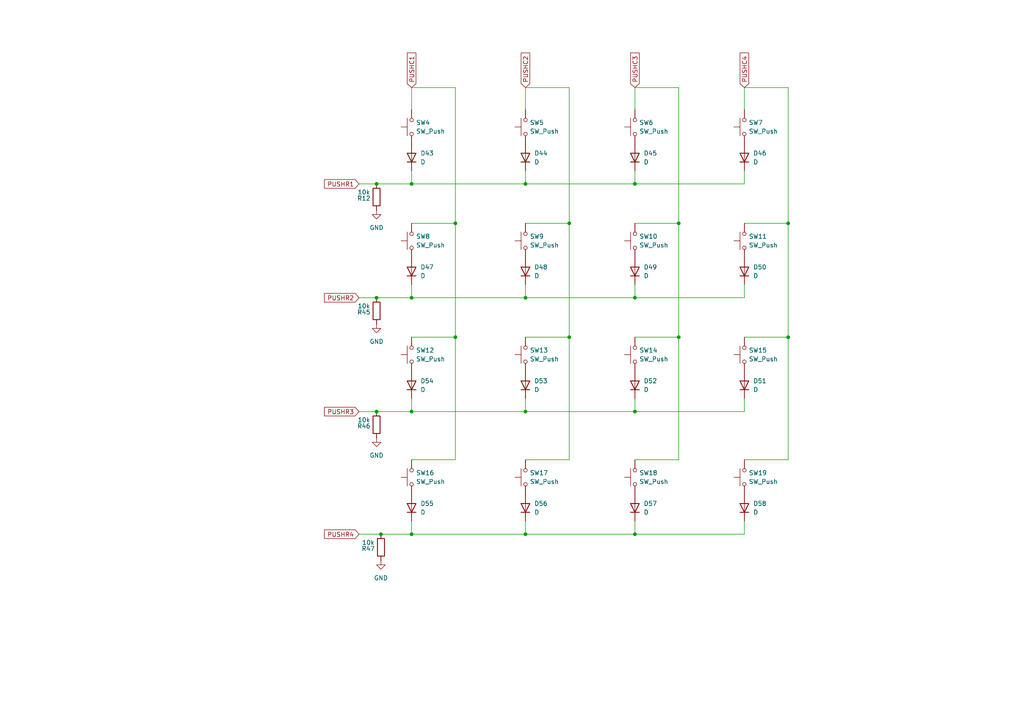
<source format=kicad_sch>
(kicad_sch
	(version 20250114)
	(generator "eeschema")
	(generator_version "9.0")
	(uuid "5bd5287c-bc0d-4066-9052-c208341c02bf")
	(paper "A4")
	(title_block
		(title "Pushbutton Matrix")
	)
	(lib_symbols
		(symbol "Device:D"
			(pin_numbers
				(hide yes)
			)
			(pin_names
				(offset 1.016)
				(hide yes)
			)
			(exclude_from_sim no)
			(in_bom yes)
			(on_board yes)
			(property "Reference" "D"
				(at 0 2.54 0)
				(effects
					(font
						(size 1.27 1.27)
					)
				)
			)
			(property "Value" "D"
				(at 0 -2.54 0)
				(effects
					(font
						(size 1.27 1.27)
					)
				)
			)
			(property "Footprint" ""
				(at 0 0 0)
				(effects
					(font
						(size 1.27 1.27)
					)
					(hide yes)
				)
			)
			(property "Datasheet" "~"
				(at 0 0 0)
				(effects
					(font
						(size 1.27 1.27)
					)
					(hide yes)
				)
			)
			(property "Description" "Diode"
				(at 0 0 0)
				(effects
					(font
						(size 1.27 1.27)
					)
					(hide yes)
				)
			)
			(property "Sim.Device" "D"
				(at 0 0 0)
				(effects
					(font
						(size 1.27 1.27)
					)
					(hide yes)
				)
			)
			(property "Sim.Pins" "1=K 2=A"
				(at 0 0 0)
				(effects
					(font
						(size 1.27 1.27)
					)
					(hide yes)
				)
			)
			(property "ki_keywords" "diode"
				(at 0 0 0)
				(effects
					(font
						(size 1.27 1.27)
					)
					(hide yes)
				)
			)
			(property "ki_fp_filters" "TO-???* *_Diode_* *SingleDiode* D_*"
				(at 0 0 0)
				(effects
					(font
						(size 1.27 1.27)
					)
					(hide yes)
				)
			)
			(symbol "D_0_1"
				(polyline
					(pts
						(xy -1.27 1.27) (xy -1.27 -1.27)
					)
					(stroke
						(width 0.254)
						(type default)
					)
					(fill
						(type none)
					)
				)
				(polyline
					(pts
						(xy 1.27 1.27) (xy 1.27 -1.27) (xy -1.27 0) (xy 1.27 1.27)
					)
					(stroke
						(width 0.254)
						(type default)
					)
					(fill
						(type none)
					)
				)
				(polyline
					(pts
						(xy 1.27 0) (xy -1.27 0)
					)
					(stroke
						(width 0)
						(type default)
					)
					(fill
						(type none)
					)
				)
			)
			(symbol "D_1_1"
				(pin passive line
					(at -3.81 0 0)
					(length 2.54)
					(name "K"
						(effects
							(font
								(size 1.27 1.27)
							)
						)
					)
					(number "1"
						(effects
							(font
								(size 1.27 1.27)
							)
						)
					)
				)
				(pin passive line
					(at 3.81 0 180)
					(length 2.54)
					(name "A"
						(effects
							(font
								(size 1.27 1.27)
							)
						)
					)
					(number "2"
						(effects
							(font
								(size 1.27 1.27)
							)
						)
					)
				)
			)
			(embedded_fonts no)
		)
		(symbol "Device:R"
			(pin_numbers
				(hide yes)
			)
			(pin_names
				(offset 0)
			)
			(exclude_from_sim no)
			(in_bom yes)
			(on_board yes)
			(property "Reference" "R"
				(at 2.032 0 90)
				(effects
					(font
						(size 1.27 1.27)
					)
				)
			)
			(property "Value" "R"
				(at 0 0 90)
				(effects
					(font
						(size 1.27 1.27)
					)
				)
			)
			(property "Footprint" ""
				(at -1.778 0 90)
				(effects
					(font
						(size 1.27 1.27)
					)
					(hide yes)
				)
			)
			(property "Datasheet" "~"
				(at 0 0 0)
				(effects
					(font
						(size 1.27 1.27)
					)
					(hide yes)
				)
			)
			(property "Description" "Resistor"
				(at 0 0 0)
				(effects
					(font
						(size 1.27 1.27)
					)
					(hide yes)
				)
			)
			(property "ki_keywords" "R res resistor"
				(at 0 0 0)
				(effects
					(font
						(size 1.27 1.27)
					)
					(hide yes)
				)
			)
			(property "ki_fp_filters" "R_*"
				(at 0 0 0)
				(effects
					(font
						(size 1.27 1.27)
					)
					(hide yes)
				)
			)
			(symbol "R_0_1"
				(rectangle
					(start -1.016 -2.54)
					(end 1.016 2.54)
					(stroke
						(width 0.254)
						(type default)
					)
					(fill
						(type none)
					)
				)
			)
			(symbol "R_1_1"
				(pin passive line
					(at 0 3.81 270)
					(length 1.27)
					(name "~"
						(effects
							(font
								(size 1.27 1.27)
							)
						)
					)
					(number "1"
						(effects
							(font
								(size 1.27 1.27)
							)
						)
					)
				)
				(pin passive line
					(at 0 -3.81 90)
					(length 1.27)
					(name "~"
						(effects
							(font
								(size 1.27 1.27)
							)
						)
					)
					(number "2"
						(effects
							(font
								(size 1.27 1.27)
							)
						)
					)
				)
			)
			(embedded_fonts no)
		)
		(symbol "Switch:SW_Push"
			(pin_numbers
				(hide yes)
			)
			(pin_names
				(offset 1.016)
				(hide yes)
			)
			(exclude_from_sim no)
			(in_bom yes)
			(on_board yes)
			(property "Reference" "SW"
				(at 1.27 2.54 0)
				(effects
					(font
						(size 1.27 1.27)
					)
					(justify left)
				)
			)
			(property "Value" "SW_Push"
				(at 0 -1.524 0)
				(effects
					(font
						(size 1.27 1.27)
					)
				)
			)
			(property "Footprint" ""
				(at 0 5.08 0)
				(effects
					(font
						(size 1.27 1.27)
					)
					(hide yes)
				)
			)
			(property "Datasheet" "~"
				(at 0 5.08 0)
				(effects
					(font
						(size 1.27 1.27)
					)
					(hide yes)
				)
			)
			(property "Description" "Push button switch, generic, two pins"
				(at 0 0 0)
				(effects
					(font
						(size 1.27 1.27)
					)
					(hide yes)
				)
			)
			(property "ki_keywords" "switch normally-open pushbutton push-button"
				(at 0 0 0)
				(effects
					(font
						(size 1.27 1.27)
					)
					(hide yes)
				)
			)
			(symbol "SW_Push_0_1"
				(circle
					(center -2.032 0)
					(radius 0.508)
					(stroke
						(width 0)
						(type default)
					)
					(fill
						(type none)
					)
				)
				(polyline
					(pts
						(xy 0 1.27) (xy 0 3.048)
					)
					(stroke
						(width 0)
						(type default)
					)
					(fill
						(type none)
					)
				)
				(circle
					(center 2.032 0)
					(radius 0.508)
					(stroke
						(width 0)
						(type default)
					)
					(fill
						(type none)
					)
				)
				(polyline
					(pts
						(xy 2.54 1.27) (xy -2.54 1.27)
					)
					(stroke
						(width 0)
						(type default)
					)
					(fill
						(type none)
					)
				)
				(pin passive line
					(at -5.08 0 0)
					(length 2.54)
					(name "1"
						(effects
							(font
								(size 1.27 1.27)
							)
						)
					)
					(number "1"
						(effects
							(font
								(size 1.27 1.27)
							)
						)
					)
				)
				(pin passive line
					(at 5.08 0 180)
					(length 2.54)
					(name "2"
						(effects
							(font
								(size 1.27 1.27)
							)
						)
					)
					(number "2"
						(effects
							(font
								(size 1.27 1.27)
							)
						)
					)
				)
			)
			(embedded_fonts no)
		)
		(symbol "power:GND"
			(power)
			(pin_numbers
				(hide yes)
			)
			(pin_names
				(offset 0)
				(hide yes)
			)
			(exclude_from_sim no)
			(in_bom yes)
			(on_board yes)
			(property "Reference" "#PWR"
				(at 0 -6.35 0)
				(effects
					(font
						(size 1.27 1.27)
					)
					(hide yes)
				)
			)
			(property "Value" "GND"
				(at 0 -3.81 0)
				(effects
					(font
						(size 1.27 1.27)
					)
				)
			)
			(property "Footprint" ""
				(at 0 0 0)
				(effects
					(font
						(size 1.27 1.27)
					)
					(hide yes)
				)
			)
			(property "Datasheet" ""
				(at 0 0 0)
				(effects
					(font
						(size 1.27 1.27)
					)
					(hide yes)
				)
			)
			(property "Description" "Power symbol creates a global label with name \"GND\" , ground"
				(at 0 0 0)
				(effects
					(font
						(size 1.27 1.27)
					)
					(hide yes)
				)
			)
			(property "ki_keywords" "global power"
				(at 0 0 0)
				(effects
					(font
						(size 1.27 1.27)
					)
					(hide yes)
				)
			)
			(symbol "GND_0_1"
				(polyline
					(pts
						(xy 0 0) (xy 0 -1.27) (xy 1.27 -1.27) (xy 0 -2.54) (xy -1.27 -1.27) (xy 0 -1.27)
					)
					(stroke
						(width 0)
						(type default)
					)
					(fill
						(type none)
					)
				)
			)
			(symbol "GND_1_1"
				(pin power_in line
					(at 0 0 270)
					(length 0)
					(name "~"
						(effects
							(font
								(size 1.27 1.27)
							)
						)
					)
					(number "1"
						(effects
							(font
								(size 1.27 1.27)
							)
						)
					)
				)
			)
			(embedded_fonts no)
		)
	)
	(junction
		(at 110.49 154.94)
		(diameter 0)
		(color 0 0 0 0)
		(uuid "03bf8c78-fdae-4bf9-801c-1d1daecd2344")
	)
	(junction
		(at 119.38 53.34)
		(diameter 0)
		(color 0 0 0 0)
		(uuid "1f28307b-1d7d-45eb-b12b-a78d9b7b7d81")
	)
	(junction
		(at 196.85 64.77)
		(diameter 0)
		(color 0 0 0 0)
		(uuid "22b2767b-9246-40ee-b72a-dba75e70403f")
	)
	(junction
		(at 152.4 86.36)
		(diameter 0)
		(color 0 0 0 0)
		(uuid "2ba853bf-82e9-4932-a3bf-4281e953a9de")
	)
	(junction
		(at 165.1 64.77)
		(diameter 0)
		(color 0 0 0 0)
		(uuid "2ffb1597-e360-4385-b0a5-76c8d62295f1")
	)
	(junction
		(at 109.22 119.38)
		(diameter 0)
		(color 0 0 0 0)
		(uuid "41d57d28-1c93-489d-acd1-e5753ab07d8f")
	)
	(junction
		(at 132.08 97.79)
		(diameter 0)
		(color 0 0 0 0)
		(uuid "50d70bd2-6b67-4673-b55e-cfcade4d7df4")
	)
	(junction
		(at 165.1 97.79)
		(diameter 0)
		(color 0 0 0 0)
		(uuid "67caed8e-34b4-444e-af13-d2eebb864abf")
	)
	(junction
		(at 119.38 154.94)
		(diameter 0)
		(color 0 0 0 0)
		(uuid "81a6b5d1-f3ad-4d71-bdb7-94ad8b711eff")
	)
	(junction
		(at 184.15 86.36)
		(diameter 0)
		(color 0 0 0 0)
		(uuid "8d659792-b8a9-4a49-8bde-ae15f4102035")
	)
	(junction
		(at 228.6 97.79)
		(diameter 0)
		(color 0 0 0 0)
		(uuid "96f50673-68df-4625-9efc-4dd54391ae02")
	)
	(junction
		(at 119.38 119.38)
		(diameter 0)
		(color 0 0 0 0)
		(uuid "97f73f6b-f0bc-4db4-87ef-4dc24114116c")
	)
	(junction
		(at 152.4 119.38)
		(diameter 0)
		(color 0 0 0 0)
		(uuid "9be85984-0113-4243-9acd-5a1e248fdbfe")
	)
	(junction
		(at 196.85 97.79)
		(diameter 0)
		(color 0 0 0 0)
		(uuid "9d237e83-20a4-4fd4-bdd5-637313dc1dc9")
	)
	(junction
		(at 152.4 53.34)
		(diameter 0)
		(color 0 0 0 0)
		(uuid "9f10f178-f01d-4290-bf23-f945197ff902")
	)
	(junction
		(at 152.4 154.94)
		(diameter 0)
		(color 0 0 0 0)
		(uuid "a60a4cd5-eda7-4d3f-8c58-a3393ad90eaa")
	)
	(junction
		(at 132.08 64.77)
		(diameter 0)
		(color 0 0 0 0)
		(uuid "a95545d6-ca21-40cd-8928-791ae31fd154")
	)
	(junction
		(at 109.22 86.36)
		(diameter 0)
		(color 0 0 0 0)
		(uuid "b59c1ff0-6e5f-47ca-99e4-afb8719aecc9")
	)
	(junction
		(at 184.15 53.34)
		(diameter 0)
		(color 0 0 0 0)
		(uuid "c8d8c5c7-20e3-4f07-9398-c43c9a95cf4d")
	)
	(junction
		(at 228.6 64.77)
		(diameter 0)
		(color 0 0 0 0)
		(uuid "ccc56262-7241-4d79-a1da-6ee6e4b9774b")
	)
	(junction
		(at 184.15 119.38)
		(diameter 0)
		(color 0 0 0 0)
		(uuid "e050fb87-2fe1-44f4-9c05-524597716e03")
	)
	(junction
		(at 109.22 53.34)
		(diameter 0)
		(color 0 0 0 0)
		(uuid "e3187c64-f656-49b7-9b40-3404daca2bca")
	)
	(junction
		(at 119.38 86.36)
		(diameter 0)
		(color 0 0 0 0)
		(uuid "f474a286-251d-45d1-8341-0d62d5c8024a")
	)
	(junction
		(at 184.15 154.94)
		(diameter 0)
		(color 0 0 0 0)
		(uuid "fc484886-fba1-41b8-a0fa-71e957c2dae2")
	)
	(wire
		(pts
			(xy 215.9 115.57) (xy 215.9 119.38)
		)
		(stroke
			(width 0)
			(type default)
		)
		(uuid "012e5f4c-f3c8-48ed-b817-31335691605c")
	)
	(wire
		(pts
			(xy 196.85 133.35) (xy 184.15 133.35)
		)
		(stroke
			(width 0)
			(type default)
		)
		(uuid "02360b95-45a0-42f6-9041-3c23693b72d7")
	)
	(wire
		(pts
			(xy 132.08 25.4) (xy 132.08 64.77)
		)
		(stroke
			(width 0)
			(type default)
		)
		(uuid "02d131cd-d8a4-4681-9bcb-711afac8f6ad")
	)
	(wire
		(pts
			(xy 152.4 25.4) (xy 165.1 25.4)
		)
		(stroke
			(width 0)
			(type default)
		)
		(uuid "168aa9e7-d399-479f-9c8f-7a83718a796d")
	)
	(wire
		(pts
			(xy 184.15 154.94) (xy 215.9 154.94)
		)
		(stroke
			(width 0)
			(type default)
		)
		(uuid "17194e93-d183-4e5e-bc0d-535fabaf4140")
	)
	(wire
		(pts
			(xy 152.4 97.79) (xy 165.1 97.79)
		)
		(stroke
			(width 0)
			(type default)
		)
		(uuid "185fbee0-f729-457d-857e-d7894d85204c")
	)
	(wire
		(pts
			(xy 119.38 82.55) (xy 119.38 86.36)
		)
		(stroke
			(width 0)
			(type default)
		)
		(uuid "1ab36d54-5ad8-45c6-a08c-92b33948f0c2")
	)
	(wire
		(pts
			(xy 119.38 64.77) (xy 132.08 64.77)
		)
		(stroke
			(width 0)
			(type default)
		)
		(uuid "1bd7f85a-5a2c-4b34-93d0-8b14983a1609")
	)
	(wire
		(pts
			(xy 104.14 154.94) (xy 110.49 154.94)
		)
		(stroke
			(width 0)
			(type default)
		)
		(uuid "22bfbff0-4361-42b6-aa82-d6f3478c4390")
	)
	(wire
		(pts
			(xy 196.85 64.77) (xy 196.85 97.79)
		)
		(stroke
			(width 0)
			(type default)
		)
		(uuid "254a097d-91cf-4d53-ac85-4891d546c087")
	)
	(wire
		(pts
			(xy 228.6 25.4) (xy 228.6 64.77)
		)
		(stroke
			(width 0)
			(type default)
		)
		(uuid "26d7d4db-0d31-4c83-a4b2-cbde86fa7821")
	)
	(wire
		(pts
			(xy 184.15 151.13) (xy 184.15 154.94)
		)
		(stroke
			(width 0)
			(type default)
		)
		(uuid "2dbf717f-f8e7-412f-b25e-50f93dc751ac")
	)
	(wire
		(pts
			(xy 109.22 86.36) (xy 119.38 86.36)
		)
		(stroke
			(width 0)
			(type default)
		)
		(uuid "2e4157df-3998-46ed-8c62-735b4422408c")
	)
	(wire
		(pts
			(xy 119.38 115.57) (xy 119.38 119.38)
		)
		(stroke
			(width 0)
			(type default)
		)
		(uuid "382a9c13-02e6-4969-b550-377c740f22e6")
	)
	(wire
		(pts
			(xy 119.38 97.79) (xy 132.08 97.79)
		)
		(stroke
			(width 0)
			(type default)
		)
		(uuid "39c0508a-8ca5-423f-88a4-a04f4f23eac0")
	)
	(wire
		(pts
			(xy 215.9 64.77) (xy 228.6 64.77)
		)
		(stroke
			(width 0)
			(type default)
		)
		(uuid "4dd987c2-1709-4a2b-9f10-59c6f3641d3a")
	)
	(wire
		(pts
			(xy 119.38 31.75) (xy 119.38 25.4)
		)
		(stroke
			(width 0)
			(type default)
		)
		(uuid "52c258f4-454e-4512-80fa-87080b848776")
	)
	(wire
		(pts
			(xy 132.08 133.35) (xy 119.38 133.35)
		)
		(stroke
			(width 0)
			(type default)
		)
		(uuid "5a9a20fb-9961-4c95-bcfb-26d1afab5e12")
	)
	(wire
		(pts
			(xy 104.14 119.38) (xy 109.22 119.38)
		)
		(stroke
			(width 0)
			(type default)
		)
		(uuid "617fefc7-c0cc-4489-b4b1-34b169d01042")
	)
	(wire
		(pts
			(xy 132.08 64.77) (xy 132.08 97.79)
		)
		(stroke
			(width 0)
			(type default)
		)
		(uuid "6475bd88-1c2a-4343-9059-3dec25fc8292")
	)
	(wire
		(pts
			(xy 184.15 115.57) (xy 184.15 119.38)
		)
		(stroke
			(width 0)
			(type default)
		)
		(uuid "6609b210-1bb0-44a6-b498-51d2cb3157df")
	)
	(wire
		(pts
			(xy 184.15 53.34) (xy 215.9 53.34)
		)
		(stroke
			(width 0)
			(type default)
		)
		(uuid "676aa93c-464d-427c-b29b-f8763ba1f71b")
	)
	(wire
		(pts
			(xy 196.85 25.4) (xy 196.85 64.77)
		)
		(stroke
			(width 0)
			(type default)
		)
		(uuid "6f51995e-4ee9-49cc-bcd7-979db3ff7c56")
	)
	(wire
		(pts
			(xy 152.4 49.53) (xy 152.4 53.34)
		)
		(stroke
			(width 0)
			(type default)
		)
		(uuid "70140e41-5f20-4916-bc57-8d023444ec4c")
	)
	(wire
		(pts
			(xy 215.9 97.79) (xy 228.6 97.79)
		)
		(stroke
			(width 0)
			(type default)
		)
		(uuid "718cdc21-0a5e-4058-b9d1-8ae04b07fb13")
	)
	(wire
		(pts
			(xy 228.6 133.35) (xy 215.9 133.35)
		)
		(stroke
			(width 0)
			(type default)
		)
		(uuid "728532b5-9c06-48ed-b234-57022c998f0f")
	)
	(wire
		(pts
			(xy 215.9 25.4) (xy 228.6 25.4)
		)
		(stroke
			(width 0)
			(type default)
		)
		(uuid "7454b08c-60ec-480e-ac0c-c1c06bb0ce00")
	)
	(wire
		(pts
			(xy 119.38 49.53) (xy 119.38 53.34)
		)
		(stroke
			(width 0)
			(type default)
		)
		(uuid "775d5e79-1a48-44bc-afaa-8a6f7a3120e3")
	)
	(wire
		(pts
			(xy 119.38 119.38) (xy 152.4 119.38)
		)
		(stroke
			(width 0)
			(type default)
		)
		(uuid "77bd4023-b13b-4a3b-b1ca-0b40ac52f73d")
	)
	(wire
		(pts
			(xy 215.9 151.13) (xy 215.9 154.94)
		)
		(stroke
			(width 0)
			(type default)
		)
		(uuid "7ac68bd8-41ec-42cd-91be-96dcb9c4ee47")
	)
	(wire
		(pts
			(xy 119.38 151.13) (xy 119.38 154.94)
		)
		(stroke
			(width 0)
			(type default)
		)
		(uuid "7be6d12d-1606-47e2-9400-ee25640c6148")
	)
	(wire
		(pts
			(xy 152.4 53.34) (xy 184.15 53.34)
		)
		(stroke
			(width 0)
			(type default)
		)
		(uuid "7c278795-8b86-4ff5-9b2f-930f39612988")
	)
	(wire
		(pts
			(xy 152.4 64.77) (xy 165.1 64.77)
		)
		(stroke
			(width 0)
			(type default)
		)
		(uuid "829b665a-00a6-47c1-827a-5b4132f45b51")
	)
	(wire
		(pts
			(xy 215.9 82.55) (xy 215.9 86.36)
		)
		(stroke
			(width 0)
			(type default)
		)
		(uuid "85779cee-a00e-47ad-9305-908a975bebf6")
	)
	(wire
		(pts
			(xy 215.9 31.75) (xy 215.9 25.4)
		)
		(stroke
			(width 0)
			(type default)
		)
		(uuid "872cc8b4-20b8-4b62-8347-95aee233aa37")
	)
	(wire
		(pts
			(xy 215.9 49.53) (xy 215.9 53.34)
		)
		(stroke
			(width 0)
			(type default)
		)
		(uuid "8fa6e18a-147f-4f0a-8169-1d7009ff9af1")
	)
	(wire
		(pts
			(xy 184.15 64.77) (xy 196.85 64.77)
		)
		(stroke
			(width 0)
			(type default)
		)
		(uuid "908109ab-65f6-42e4-b3a6-5466d39ae2ee")
	)
	(wire
		(pts
			(xy 184.15 86.36) (xy 215.9 86.36)
		)
		(stroke
			(width 0)
			(type default)
		)
		(uuid "90b3df89-14b4-4bd3-b217-4eec443b3579")
	)
	(wire
		(pts
			(xy 165.1 64.77) (xy 165.1 97.79)
		)
		(stroke
			(width 0)
			(type default)
		)
		(uuid "937c5a83-73fb-46a5-8dc4-9e4e656aaecd")
	)
	(wire
		(pts
			(xy 104.14 53.34) (xy 109.22 53.34)
		)
		(stroke
			(width 0)
			(type default)
		)
		(uuid "93b47183-1c99-40f9-a1ca-687242cb2f1e")
	)
	(wire
		(pts
			(xy 152.4 151.13) (xy 152.4 154.94)
		)
		(stroke
			(width 0)
			(type default)
		)
		(uuid "94528256-cceb-4812-a3b2-ac03afe77f1e")
	)
	(wire
		(pts
			(xy 119.38 25.4) (xy 132.08 25.4)
		)
		(stroke
			(width 0)
			(type default)
		)
		(uuid "94a72cab-1ec2-4524-9006-121823a42e54")
	)
	(wire
		(pts
			(xy 119.38 86.36) (xy 152.4 86.36)
		)
		(stroke
			(width 0)
			(type default)
		)
		(uuid "9ad326fb-671e-4700-b351-bef26fefed20")
	)
	(wire
		(pts
			(xy 228.6 97.79) (xy 228.6 133.35)
		)
		(stroke
			(width 0)
			(type default)
		)
		(uuid "a1d86b8b-fbec-43b4-a36c-4f6fd5ace3cf")
	)
	(wire
		(pts
			(xy 165.1 133.35) (xy 152.4 133.35)
		)
		(stroke
			(width 0)
			(type default)
		)
		(uuid "a38ceb7c-15ad-4f0a-bda9-093e71d2ade7")
	)
	(wire
		(pts
			(xy 184.15 82.55) (xy 184.15 86.36)
		)
		(stroke
			(width 0)
			(type default)
		)
		(uuid "a3b4c716-10ed-4308-bcd2-f1d2ba47ee2d")
	)
	(wire
		(pts
			(xy 119.38 53.34) (xy 152.4 53.34)
		)
		(stroke
			(width 0)
			(type default)
		)
		(uuid "a6ceeddd-ab48-4c87-906e-e7a6cb69accd")
	)
	(wire
		(pts
			(xy 184.15 97.79) (xy 196.85 97.79)
		)
		(stroke
			(width 0)
			(type default)
		)
		(uuid "b627a728-f924-4ab2-8174-d17d8e1df599")
	)
	(wire
		(pts
			(xy 184.15 119.38) (xy 215.9 119.38)
		)
		(stroke
			(width 0)
			(type default)
		)
		(uuid "bf10323b-b044-4b57-824d-b9a9d4bd69ac")
	)
	(wire
		(pts
			(xy 109.22 119.38) (xy 119.38 119.38)
		)
		(stroke
			(width 0)
			(type default)
		)
		(uuid "c00010f2-1d5f-4296-8284-8a2770152f6f")
	)
	(wire
		(pts
			(xy 184.15 31.75) (xy 184.15 25.4)
		)
		(stroke
			(width 0)
			(type default)
		)
		(uuid "c5f1d79a-354a-447b-88d9-c5e65b8da735")
	)
	(wire
		(pts
			(xy 165.1 97.79) (xy 165.1 133.35)
		)
		(stroke
			(width 0)
			(type default)
		)
		(uuid "c8092beb-8cdf-4fde-9a52-57f2f6a54d8c")
	)
	(wire
		(pts
			(xy 184.15 25.4) (xy 196.85 25.4)
		)
		(stroke
			(width 0)
			(type default)
		)
		(uuid "cd7636c7-8e6b-462a-856a-475f1bd387cc")
	)
	(wire
		(pts
			(xy 152.4 31.75) (xy 152.4 25.4)
		)
		(stroke
			(width 0)
			(type default)
		)
		(uuid "d3693f4b-3a83-45f7-934c-15f5620c5676")
	)
	(wire
		(pts
			(xy 152.4 82.55) (xy 152.4 86.36)
		)
		(stroke
			(width 0)
			(type default)
		)
		(uuid "d5b69fcc-a3be-4ea9-a48c-2d109c6a2ab5")
	)
	(wire
		(pts
			(xy 104.14 86.36) (xy 109.22 86.36)
		)
		(stroke
			(width 0)
			(type default)
		)
		(uuid "d7be6af6-d1aa-4923-80e6-565683066719")
	)
	(wire
		(pts
			(xy 152.4 119.38) (xy 184.15 119.38)
		)
		(stroke
			(width 0)
			(type default)
		)
		(uuid "e04fb6e9-8272-4a08-aac5-c23b9c5b98a4")
	)
	(wire
		(pts
			(xy 165.1 25.4) (xy 165.1 64.77)
		)
		(stroke
			(width 0)
			(type default)
		)
		(uuid "e28e6b4f-a71b-4396-b317-8bc68610babe")
	)
	(wire
		(pts
			(xy 110.49 154.94) (xy 119.38 154.94)
		)
		(stroke
			(width 0)
			(type default)
		)
		(uuid "e37ac939-3d2c-4876-ad5b-147c3b132545")
	)
	(wire
		(pts
			(xy 152.4 154.94) (xy 184.15 154.94)
		)
		(stroke
			(width 0)
			(type default)
		)
		(uuid "e9fa26c8-7cc1-424e-9daa-3a7eb327d3c6")
	)
	(wire
		(pts
			(xy 109.22 53.34) (xy 119.38 53.34)
		)
		(stroke
			(width 0)
			(type default)
		)
		(uuid "ec9e348c-27b3-456e-82e3-8b2b6a4fa060")
	)
	(wire
		(pts
			(xy 152.4 86.36) (xy 184.15 86.36)
		)
		(stroke
			(width 0)
			(type default)
		)
		(uuid "ee2b08db-a0cf-4f14-88b7-f8525a9f5a9e")
	)
	(wire
		(pts
			(xy 196.85 97.79) (xy 196.85 133.35)
		)
		(stroke
			(width 0)
			(type default)
		)
		(uuid "eeafe7e6-64e4-49c3-ba80-2e90bd3a4cb6")
	)
	(wire
		(pts
			(xy 119.38 154.94) (xy 152.4 154.94)
		)
		(stroke
			(width 0)
			(type default)
		)
		(uuid "ef572f8e-71dc-4b5e-93c6-9a8b591e482d")
	)
	(wire
		(pts
			(xy 152.4 115.57) (xy 152.4 119.38)
		)
		(stroke
			(width 0)
			(type default)
		)
		(uuid "f2193c39-ad0a-49b7-adb6-3175a67ebe46")
	)
	(wire
		(pts
			(xy 132.08 97.79) (xy 132.08 133.35)
		)
		(stroke
			(width 0)
			(type default)
		)
		(uuid "f69f2d15-f7ae-4079-bce2-8b25e91f1d94")
	)
	(wire
		(pts
			(xy 184.15 49.53) (xy 184.15 53.34)
		)
		(stroke
			(width 0)
			(type default)
		)
		(uuid "fea5a2df-291e-4331-958d-e3cfbee38ad2")
	)
	(wire
		(pts
			(xy 228.6 64.77) (xy 228.6 97.79)
		)
		(stroke
			(width 0)
			(type default)
		)
		(uuid "ff6c2b65-2cfe-436b-8cd0-76cf8b1e79ce")
	)
	(global_label "PUSHR4"
		(shape input)
		(at 104.14 154.94 180)
		(fields_autoplaced yes)
		(effects
			(font
				(size 1.27 1.27)
			)
			(justify right)
		)
		(uuid "19e8429e-3539-4736-85ab-d7d302b68db4")
		(property "Intersheetrefs" "${INTERSHEET_REFS}"
			(at 93.5348 154.94 0)
			(effects
				(font
					(size 1.27 1.27)
				)
				(justify right)
				(hide yes)
			)
		)
	)
	(global_label "PUSHR3"
		(shape input)
		(at 104.14 119.38 180)
		(fields_autoplaced yes)
		(effects
			(font
				(size 1.27 1.27)
			)
			(justify right)
		)
		(uuid "44e92a7f-95bf-4327-b051-cad4183daf3c")
		(property "Intersheetrefs" "${INTERSHEET_REFS}"
			(at 93.5348 119.38 0)
			(effects
				(font
					(size 1.27 1.27)
				)
				(justify right)
				(hide yes)
			)
		)
	)
	(global_label "PUSHC1"
		(shape input)
		(at 119.38 25.4 90)
		(fields_autoplaced yes)
		(effects
			(font
				(size 1.27 1.27)
			)
			(justify left)
		)
		(uuid "55ff889f-7fe5-4f00-9dcb-1c8d06eff682")
		(property "Intersheetrefs" "${INTERSHEET_REFS}"
			(at 119.38 14.7948 90)
			(effects
				(font
					(size 1.27 1.27)
				)
				(justify left)
				(hide yes)
			)
		)
	)
	(global_label "PUSHR2"
		(shape input)
		(at 104.14 86.36 180)
		(fields_autoplaced yes)
		(effects
			(font
				(size 1.27 1.27)
			)
			(justify right)
		)
		(uuid "a8dc470a-03b2-4794-8edd-3556d7af04c6")
		(property "Intersheetrefs" "${INTERSHEET_REFS}"
			(at 93.5348 86.36 0)
			(effects
				(font
					(size 1.27 1.27)
				)
				(justify right)
				(hide yes)
			)
		)
	)
	(global_label "PUSHC3"
		(shape input)
		(at 184.15 25.4 90)
		(fields_autoplaced yes)
		(effects
			(font
				(size 1.27 1.27)
			)
			(justify left)
		)
		(uuid "b4d911ae-47ba-4b3e-8168-54f835b35ca2")
		(property "Intersheetrefs" "${INTERSHEET_REFS}"
			(at 184.15 14.7948 90)
			(effects
				(font
					(size 1.27 1.27)
				)
				(justify left)
				(hide yes)
			)
		)
	)
	(global_label "PUSHC2"
		(shape input)
		(at 152.4 25.4 90)
		(fields_autoplaced yes)
		(effects
			(font
				(size 1.27 1.27)
			)
			(justify left)
		)
		(uuid "c0a6b030-1581-4f74-b18a-a09b33e593b5")
		(property "Intersheetrefs" "${INTERSHEET_REFS}"
			(at 152.4 14.7948 90)
			(effects
				(font
					(size 1.27 1.27)
				)
				(justify left)
				(hide yes)
			)
		)
	)
	(global_label "PUSHR1"
		(shape input)
		(at 104.14 53.34 180)
		(fields_autoplaced yes)
		(effects
			(font
				(size 1.27 1.27)
			)
			(justify right)
		)
		(uuid "d17ab1ad-0fb3-4094-9202-97aa16dc0495")
		(property "Intersheetrefs" "${INTERSHEET_REFS}"
			(at 93.5348 53.34 0)
			(effects
				(font
					(size 1.27 1.27)
				)
				(justify right)
				(hide yes)
			)
		)
	)
	(global_label "PUSHC4"
		(shape input)
		(at 215.9 25.4 90)
		(fields_autoplaced yes)
		(effects
			(font
				(size 1.27 1.27)
			)
			(justify left)
		)
		(uuid "eff5fd11-7cd7-4295-a7ce-530153773850")
		(property "Intersheetrefs" "${INTERSHEET_REFS}"
			(at 215.9 14.7948 90)
			(effects
				(font
					(size 1.27 1.27)
				)
				(justify left)
				(hide yes)
			)
		)
	)
	(symbol
		(lib_id "Device:D")
		(at 119.38 78.74 90)
		(unit 1)
		(exclude_from_sim no)
		(in_bom yes)
		(on_board yes)
		(dnp no)
		(fields_autoplaced yes)
		(uuid "0b3c21f0-d111-4224-b236-824b4805f0c8")
		(property "Reference" "D47"
			(at 121.92 77.4699 90)
			(effects
				(font
					(size 1.27 1.27)
				)
				(justify right)
			)
		)
		(property "Value" "D"
			(at 121.92 80.0099 90)
			(effects
				(font
					(size 1.27 1.27)
				)
				(justify right)
			)
		)
		(property "Footprint" "Diode_SMD:D_1206_3216Metric"
			(at 119.38 78.74 0)
			(effects
				(font
					(size 1.27 1.27)
				)
				(hide yes)
			)
		)
		(property "Datasheet" "~"
			(at 119.38 78.74 0)
			(effects
				(font
					(size 1.27 1.27)
				)
				(hide yes)
			)
		)
		(property "Description" "Diode"
			(at 119.38 78.74 0)
			(effects
				(font
					(size 1.27 1.27)
				)
				(hide yes)
			)
		)
		(property "Sim.Device" "D"
			(at 119.38 78.74 0)
			(effects
				(font
					(size 1.27 1.27)
				)
				(hide yes)
			)
		)
		(property "Sim.Pins" "1=K 2=A"
			(at 119.38 78.74 0)
			(effects
				(font
					(size 1.27 1.27)
				)
				(hide yes)
			)
		)
		(pin "1"
			(uuid "85a136bd-c3e3-4352-8e20-d2c4bdb00621")
		)
		(pin "2"
			(uuid "5a2818c1-fa5d-43c8-b35f-b5b219c5bcef")
		)
		(instances
			(project "Seq2"
				(path "/c5268646-47db-49a5-acc1-072b1c57b66e/8f8545e3-9d69-4389-b688-251583e6901d"
					(reference "D47")
					(unit 1)
				)
			)
		)
	)
	(symbol
		(lib_id "power:GND")
		(at 109.22 93.98 0)
		(mirror y)
		(unit 1)
		(exclude_from_sim no)
		(in_bom yes)
		(on_board yes)
		(dnp no)
		(fields_autoplaced yes)
		(uuid "0fb8df5c-4cb6-4d2e-afb3-f67d4090bbab")
		(property "Reference" "#PWR04"
			(at 109.22 100.33 0)
			(effects
				(font
					(size 1.27 1.27)
				)
				(hide yes)
			)
		)
		(property "Value" "GND"
			(at 109.22 99.06 0)
			(effects
				(font
					(size 1.27 1.27)
				)
			)
		)
		(property "Footprint" ""
			(at 109.22 93.98 0)
			(effects
				(font
					(size 1.27 1.27)
				)
				(hide yes)
			)
		)
		(property "Datasheet" ""
			(at 109.22 93.98 0)
			(effects
				(font
					(size 1.27 1.27)
				)
				(hide yes)
			)
		)
		(property "Description" "Power symbol creates a global label with name \"GND\" , ground"
			(at 109.22 93.98 0)
			(effects
				(font
					(size 1.27 1.27)
				)
				(hide yes)
			)
		)
		(pin "1"
			(uuid "6785284c-a32d-4558-9d3d-f6098d9c3a33")
		)
		(instances
			(project "Seq2"
				(path "/c5268646-47db-49a5-acc1-072b1c57b66e/8f8545e3-9d69-4389-b688-251583e6901d"
					(reference "#PWR04")
					(unit 1)
				)
			)
		)
	)
	(symbol
		(lib_id "Device:D")
		(at 184.15 111.76 90)
		(unit 1)
		(exclude_from_sim no)
		(in_bom yes)
		(on_board yes)
		(dnp no)
		(fields_autoplaced yes)
		(uuid "1c37504f-3559-4420-b2c6-271aa026cd5e")
		(property "Reference" "D52"
			(at 186.69 110.4899 90)
			(effects
				(font
					(size 1.27 1.27)
				)
				(justify right)
			)
		)
		(property "Value" "D"
			(at 186.69 113.0299 90)
			(effects
				(font
					(size 1.27 1.27)
				)
				(justify right)
			)
		)
		(property "Footprint" "Diode_SMD:D_1206_3216Metric"
			(at 184.15 111.76 0)
			(effects
				(font
					(size 1.27 1.27)
				)
				(hide yes)
			)
		)
		(property "Datasheet" "~"
			(at 184.15 111.76 0)
			(effects
				(font
					(size 1.27 1.27)
				)
				(hide yes)
			)
		)
		(property "Description" "Diode"
			(at 184.15 111.76 0)
			(effects
				(font
					(size 1.27 1.27)
				)
				(hide yes)
			)
		)
		(property "Sim.Device" "D"
			(at 184.15 111.76 0)
			(effects
				(font
					(size 1.27 1.27)
				)
				(hide yes)
			)
		)
		(property "Sim.Pins" "1=K 2=A"
			(at 184.15 111.76 0)
			(effects
				(font
					(size 1.27 1.27)
				)
				(hide yes)
			)
		)
		(pin "1"
			(uuid "7c7413ad-1a80-47f0-9e02-ed602400a5f6")
		)
		(pin "2"
			(uuid "4ef1727e-75d6-48d3-92c4-638243b835ed")
		)
		(instances
			(project "Seq2"
				(path "/c5268646-47db-49a5-acc1-072b1c57b66e/8f8545e3-9d69-4389-b688-251583e6901d"
					(reference "D52")
					(unit 1)
				)
			)
		)
	)
	(symbol
		(lib_id "Switch:SW_Push")
		(at 215.9 102.87 90)
		(unit 1)
		(exclude_from_sim no)
		(in_bom yes)
		(on_board yes)
		(dnp no)
		(fields_autoplaced yes)
		(uuid "2009f0a2-02d7-4e52-ab2c-cc488f769cc1")
		(property "Reference" "SW15"
			(at 217.17 101.5999 90)
			(effects
				(font
					(size 1.27 1.27)
				)
				(justify right)
			)
		)
		(property "Value" "SW_Push"
			(at 217.17 104.1399 90)
			(effects
				(font
					(size 1.27 1.27)
				)
				(justify right)
			)
		)
		(property "Footprint" "Library:PushButton"
			(at 210.82 102.87 0)
			(effects
				(font
					(size 1.27 1.27)
				)
				(hide yes)
			)
		)
		(property "Datasheet" "~"
			(at 210.82 102.87 0)
			(effects
				(font
					(size 1.27 1.27)
				)
				(hide yes)
			)
		)
		(property "Description" "Push button switch, generic, two pins"
			(at 215.9 102.87 0)
			(effects
				(font
					(size 1.27 1.27)
				)
				(hide yes)
			)
		)
		(pin "1"
			(uuid "d9725cb3-0015-40f0-8949-cdfc58b30cc5")
		)
		(pin "2"
			(uuid "e1415a59-11e6-4a4e-93b5-24f69b8494a3")
		)
		(instances
			(project "Seq2"
				(path "/c5268646-47db-49a5-acc1-072b1c57b66e/8f8545e3-9d69-4389-b688-251583e6901d"
					(reference "SW15")
					(unit 1)
				)
			)
		)
	)
	(symbol
		(lib_id "Device:R")
		(at 109.22 123.19 180)
		(unit 1)
		(exclude_from_sim no)
		(in_bom yes)
		(on_board yes)
		(dnp no)
		(uuid "2647f720-32a2-460e-a230-a594cbf8b8e7")
		(property "Reference" "R46"
			(at 105.537 123.571 0)
			(effects
				(font
					(size 1.27 1.27)
				)
			)
		)
		(property "Value" "10k"
			(at 105.537 121.793 0)
			(effects
				(font
					(size 1.27 1.27)
				)
			)
		)
		(property "Footprint" "Resistor_SMD:R_1206_3216Metric"
			(at 110.998 123.19 90)
			(effects
				(font
					(size 1.27 1.27)
				)
				(hide yes)
			)
		)
		(property "Datasheet" "~"
			(at 109.22 123.19 0)
			(effects
				(font
					(size 1.27 1.27)
				)
				(hide yes)
			)
		)
		(property "Description" "Resistor"
			(at 109.22 123.19 0)
			(effects
				(font
					(size 1.27 1.27)
				)
				(hide yes)
			)
		)
		(pin "2"
			(uuid "88d8f008-5e9f-4282-996b-4e529ed52d5e")
		)
		(pin "1"
			(uuid "a50b3755-c0db-45e1-b75e-b7c6ce246323")
		)
		(instances
			(project "Seq2"
				(path "/c5268646-47db-49a5-acc1-072b1c57b66e/8f8545e3-9d69-4389-b688-251583e6901d"
					(reference "R46")
					(unit 1)
				)
			)
		)
	)
	(symbol
		(lib_id "Device:R")
		(at 109.22 57.15 180)
		(unit 1)
		(exclude_from_sim no)
		(in_bom yes)
		(on_board yes)
		(dnp no)
		(uuid "2b70a5b4-1ca0-4239-b1bd-834d8544e2c7")
		(property "Reference" "R12"
			(at 105.537 57.531 0)
			(effects
				(font
					(size 1.27 1.27)
				)
			)
		)
		(property "Value" "10k"
			(at 105.537 55.753 0)
			(effects
				(font
					(size 1.27 1.27)
				)
			)
		)
		(property "Footprint" "Resistor_SMD:R_1206_3216Metric"
			(at 110.998 57.15 90)
			(effects
				(font
					(size 1.27 1.27)
				)
				(hide yes)
			)
		)
		(property "Datasheet" "~"
			(at 109.22 57.15 0)
			(effects
				(font
					(size 1.27 1.27)
				)
				(hide yes)
			)
		)
		(property "Description" "Resistor"
			(at 109.22 57.15 0)
			(effects
				(font
					(size 1.27 1.27)
				)
				(hide yes)
			)
		)
		(pin "2"
			(uuid "1563c17f-993e-401a-bfbc-173420af4fb9")
		)
		(pin "1"
			(uuid "7350e101-4e0e-40af-9cf2-a62e0d3eeb7c")
		)
		(instances
			(project "Seq2"
				(path "/c5268646-47db-49a5-acc1-072b1c57b66e/8f8545e3-9d69-4389-b688-251583e6901d"
					(reference "R12")
					(unit 1)
				)
			)
		)
	)
	(symbol
		(lib_id "Device:D")
		(at 184.15 45.72 90)
		(unit 1)
		(exclude_from_sim no)
		(in_bom yes)
		(on_board yes)
		(dnp no)
		(fields_autoplaced yes)
		(uuid "306995af-4661-4b15-a852-5e3bf2d244bb")
		(property "Reference" "D45"
			(at 186.69 44.4499 90)
			(effects
				(font
					(size 1.27 1.27)
				)
				(justify right)
			)
		)
		(property "Value" "D"
			(at 186.69 46.9899 90)
			(effects
				(font
					(size 1.27 1.27)
				)
				(justify right)
			)
		)
		(property "Footprint" "Diode_SMD:D_1206_3216Metric"
			(at 184.15 45.72 0)
			(effects
				(font
					(size 1.27 1.27)
				)
				(hide yes)
			)
		)
		(property "Datasheet" "~"
			(at 184.15 45.72 0)
			(effects
				(font
					(size 1.27 1.27)
				)
				(hide yes)
			)
		)
		(property "Description" "Diode"
			(at 184.15 45.72 0)
			(effects
				(font
					(size 1.27 1.27)
				)
				(hide yes)
			)
		)
		(property "Sim.Device" "D"
			(at 184.15 45.72 0)
			(effects
				(font
					(size 1.27 1.27)
				)
				(hide yes)
			)
		)
		(property "Sim.Pins" "1=K 2=A"
			(at 184.15 45.72 0)
			(effects
				(font
					(size 1.27 1.27)
				)
				(hide yes)
			)
		)
		(pin "1"
			(uuid "e3ef4118-617d-4bd2-b052-08a38223dd58")
		)
		(pin "2"
			(uuid "84e57c2a-c84a-4aa5-a36a-e892d6b76300")
		)
		(instances
			(project "Seq2"
				(path "/c5268646-47db-49a5-acc1-072b1c57b66e/8f8545e3-9d69-4389-b688-251583e6901d"
					(reference "D45")
					(unit 1)
				)
			)
		)
	)
	(symbol
		(lib_id "Switch:SW_Push")
		(at 119.38 102.87 90)
		(unit 1)
		(exclude_from_sim no)
		(in_bom yes)
		(on_board yes)
		(dnp no)
		(fields_autoplaced yes)
		(uuid "31a73382-08bd-4154-bb66-d96ea6b4d8c4")
		(property "Reference" "SW12"
			(at 120.65 101.5999 90)
			(effects
				(font
					(size 1.27 1.27)
				)
				(justify right)
			)
		)
		(property "Value" "SW_Push"
			(at 120.65 104.1399 90)
			(effects
				(font
					(size 1.27 1.27)
				)
				(justify right)
			)
		)
		(property "Footprint" "Library:PushButton"
			(at 114.3 102.87 0)
			(effects
				(font
					(size 1.27 1.27)
				)
				(hide yes)
			)
		)
		(property "Datasheet" "~"
			(at 114.3 102.87 0)
			(effects
				(font
					(size 1.27 1.27)
				)
				(hide yes)
			)
		)
		(property "Description" "Push button switch, generic, two pins"
			(at 119.38 102.87 0)
			(effects
				(font
					(size 1.27 1.27)
				)
				(hide yes)
			)
		)
		(pin "1"
			(uuid "925aee92-666d-440c-a975-2ad002727ff3")
		)
		(pin "2"
			(uuid "af2c1e5c-61e7-4d23-be33-f8f3866d232a")
		)
		(instances
			(project "Seq2"
				(path "/c5268646-47db-49a5-acc1-072b1c57b66e/8f8545e3-9d69-4389-b688-251583e6901d"
					(reference "SW12")
					(unit 1)
				)
			)
		)
	)
	(symbol
		(lib_id "Switch:SW_Push")
		(at 152.4 36.83 90)
		(unit 1)
		(exclude_from_sim no)
		(in_bom yes)
		(on_board yes)
		(dnp no)
		(fields_autoplaced yes)
		(uuid "499af3d3-faf0-43a2-a45b-5311aa9b261e")
		(property "Reference" "SW5"
			(at 153.67 35.5599 90)
			(effects
				(font
					(size 1.27 1.27)
				)
				(justify right)
			)
		)
		(property "Value" "SW_Push"
			(at 153.67 38.0999 90)
			(effects
				(font
					(size 1.27 1.27)
				)
				(justify right)
			)
		)
		(property "Footprint" "Library:PushButton"
			(at 147.32 36.83 0)
			(effects
				(font
					(size 1.27 1.27)
				)
				(hide yes)
			)
		)
		(property "Datasheet" "~"
			(at 147.32 36.83 0)
			(effects
				(font
					(size 1.27 1.27)
				)
				(hide yes)
			)
		)
		(property "Description" "Push button switch, generic, two pins"
			(at 152.4 36.83 0)
			(effects
				(font
					(size 1.27 1.27)
				)
				(hide yes)
			)
		)
		(pin "1"
			(uuid "bb327fe8-184f-4164-be75-675677e94602")
		)
		(pin "2"
			(uuid "f6780229-5a4e-4ace-927e-92bf19c0560e")
		)
		(instances
			(project "Seq2"
				(path "/c5268646-47db-49a5-acc1-072b1c57b66e/8f8545e3-9d69-4389-b688-251583e6901d"
					(reference "SW5")
					(unit 1)
				)
			)
		)
	)
	(symbol
		(lib_id "Device:R")
		(at 109.22 90.17 180)
		(unit 1)
		(exclude_from_sim no)
		(in_bom yes)
		(on_board yes)
		(dnp no)
		(uuid "500773b6-60a2-4fe0-926e-8d4b33955508")
		(property "Reference" "R45"
			(at 105.537 90.551 0)
			(effects
				(font
					(size 1.27 1.27)
				)
			)
		)
		(property "Value" "10k"
			(at 105.537 88.773 0)
			(effects
				(font
					(size 1.27 1.27)
				)
			)
		)
		(property "Footprint" "Resistor_SMD:R_1206_3216Metric"
			(at 110.998 90.17 90)
			(effects
				(font
					(size 1.27 1.27)
				)
				(hide yes)
			)
		)
		(property "Datasheet" "~"
			(at 109.22 90.17 0)
			(effects
				(font
					(size 1.27 1.27)
				)
				(hide yes)
			)
		)
		(property "Description" "Resistor"
			(at 109.22 90.17 0)
			(effects
				(font
					(size 1.27 1.27)
				)
				(hide yes)
			)
		)
		(pin "2"
			(uuid "bd718c6b-1652-42c5-a293-70a824988f35")
		)
		(pin "1"
			(uuid "f773808a-d2a2-457d-bd9a-7a8fc460e6a8")
		)
		(instances
			(project "Seq2"
				(path "/c5268646-47db-49a5-acc1-072b1c57b66e/8f8545e3-9d69-4389-b688-251583e6901d"
					(reference "R45")
					(unit 1)
				)
			)
		)
	)
	(symbol
		(lib_id "Device:R")
		(at 110.49 158.75 180)
		(unit 1)
		(exclude_from_sim no)
		(in_bom yes)
		(on_board yes)
		(dnp no)
		(uuid "532040ad-8262-41ea-9d5b-6bd42bfe0aab")
		(property "Reference" "R47"
			(at 106.807 159.131 0)
			(effects
				(font
					(size 1.27 1.27)
				)
			)
		)
		(property "Value" "10k"
			(at 106.807 157.353 0)
			(effects
				(font
					(size 1.27 1.27)
				)
			)
		)
		(property "Footprint" "Resistor_SMD:R_1206_3216Metric"
			(at 112.268 158.75 90)
			(effects
				(font
					(size 1.27 1.27)
				)
				(hide yes)
			)
		)
		(property "Datasheet" "~"
			(at 110.49 158.75 0)
			(effects
				(font
					(size 1.27 1.27)
				)
				(hide yes)
			)
		)
		(property "Description" "Resistor"
			(at 110.49 158.75 0)
			(effects
				(font
					(size 1.27 1.27)
				)
				(hide yes)
			)
		)
		(pin "2"
			(uuid "20cd0ffc-728c-449e-9af4-659994657bf4")
		)
		(pin "1"
			(uuid "bedaf0d1-cad1-44ea-a527-6b5a9d9b559c")
		)
		(instances
			(project "Seq2"
				(path "/c5268646-47db-49a5-acc1-072b1c57b66e/8f8545e3-9d69-4389-b688-251583e6901d"
					(reference "R47")
					(unit 1)
				)
			)
		)
	)
	(symbol
		(lib_id "Device:D")
		(at 215.9 45.72 90)
		(unit 1)
		(exclude_from_sim no)
		(in_bom yes)
		(on_board yes)
		(dnp no)
		(fields_autoplaced yes)
		(uuid "5e255ebb-ce9a-477d-b1f2-e2d3cd413f70")
		(property "Reference" "D46"
			(at 218.44 44.4499 90)
			(effects
				(font
					(size 1.27 1.27)
				)
				(justify right)
			)
		)
		(property "Value" "D"
			(at 218.44 46.9899 90)
			(effects
				(font
					(size 1.27 1.27)
				)
				(justify right)
			)
		)
		(property "Footprint" "Diode_SMD:D_1206_3216Metric"
			(at 215.9 45.72 0)
			(effects
				(font
					(size 1.27 1.27)
				)
				(hide yes)
			)
		)
		(property "Datasheet" "~"
			(at 215.9 45.72 0)
			(effects
				(font
					(size 1.27 1.27)
				)
				(hide yes)
			)
		)
		(property "Description" "Diode"
			(at 215.9 45.72 0)
			(effects
				(font
					(size 1.27 1.27)
				)
				(hide yes)
			)
		)
		(property "Sim.Device" "D"
			(at 215.9 45.72 0)
			(effects
				(font
					(size 1.27 1.27)
				)
				(hide yes)
			)
		)
		(property "Sim.Pins" "1=K 2=A"
			(at 215.9 45.72 0)
			(effects
				(font
					(size 1.27 1.27)
				)
				(hide yes)
			)
		)
		(pin "1"
			(uuid "fa14647e-ebae-46de-b936-e188cf0ad956")
		)
		(pin "2"
			(uuid "ce743d4f-ee3f-4a73-82f3-d2e2f07dc54b")
		)
		(instances
			(project "Seq2"
				(path "/c5268646-47db-49a5-acc1-072b1c57b66e/8f8545e3-9d69-4389-b688-251583e6901d"
					(reference "D46")
					(unit 1)
				)
			)
		)
	)
	(symbol
		(lib_id "power:GND")
		(at 109.22 60.96 0)
		(mirror y)
		(unit 1)
		(exclude_from_sim no)
		(in_bom yes)
		(on_board yes)
		(dnp no)
		(fields_autoplaced yes)
		(uuid "62506eaa-1a89-4666-a4fa-9a59132bfe51")
		(property "Reference" "#PWR03"
			(at 109.22 67.31 0)
			(effects
				(font
					(size 1.27 1.27)
				)
				(hide yes)
			)
		)
		(property "Value" "GND"
			(at 109.22 66.04 0)
			(effects
				(font
					(size 1.27 1.27)
				)
			)
		)
		(property "Footprint" ""
			(at 109.22 60.96 0)
			(effects
				(font
					(size 1.27 1.27)
				)
				(hide yes)
			)
		)
		(property "Datasheet" ""
			(at 109.22 60.96 0)
			(effects
				(font
					(size 1.27 1.27)
				)
				(hide yes)
			)
		)
		(property "Description" "Power symbol creates a global label with name \"GND\" , ground"
			(at 109.22 60.96 0)
			(effects
				(font
					(size 1.27 1.27)
				)
				(hide yes)
			)
		)
		(pin "1"
			(uuid "f07b66e3-e9db-4dc0-a884-c2f3c8313580")
		)
		(instances
			(project "Seq2"
				(path "/c5268646-47db-49a5-acc1-072b1c57b66e/8f8545e3-9d69-4389-b688-251583e6901d"
					(reference "#PWR03")
					(unit 1)
				)
			)
		)
	)
	(symbol
		(lib_id "Device:D")
		(at 119.38 147.32 90)
		(unit 1)
		(exclude_from_sim no)
		(in_bom yes)
		(on_board yes)
		(dnp no)
		(fields_autoplaced yes)
		(uuid "67871f1c-8da8-4164-b1f6-44b6c995887c")
		(property "Reference" "D55"
			(at 121.92 146.0499 90)
			(effects
				(font
					(size 1.27 1.27)
				)
				(justify right)
			)
		)
		(property "Value" "D"
			(at 121.92 148.5899 90)
			(effects
				(font
					(size 1.27 1.27)
				)
				(justify right)
			)
		)
		(property "Footprint" "Diode_SMD:D_1206_3216Metric"
			(at 119.38 147.32 0)
			(effects
				(font
					(size 1.27 1.27)
				)
				(hide yes)
			)
		)
		(property "Datasheet" "~"
			(at 119.38 147.32 0)
			(effects
				(font
					(size 1.27 1.27)
				)
				(hide yes)
			)
		)
		(property "Description" "Diode"
			(at 119.38 147.32 0)
			(effects
				(font
					(size 1.27 1.27)
				)
				(hide yes)
			)
		)
		(property "Sim.Device" "D"
			(at 119.38 147.32 0)
			(effects
				(font
					(size 1.27 1.27)
				)
				(hide yes)
			)
		)
		(property "Sim.Pins" "1=K 2=A"
			(at 119.38 147.32 0)
			(effects
				(font
					(size 1.27 1.27)
				)
				(hide yes)
			)
		)
		(pin "1"
			(uuid "e6166f0b-c22f-43c5-8f97-d5a48ffd4c75")
		)
		(pin "2"
			(uuid "ce754dcc-df29-43c7-bcf1-9331651a8898")
		)
		(instances
			(project "Seq2"
				(path "/c5268646-47db-49a5-acc1-072b1c57b66e/8f8545e3-9d69-4389-b688-251583e6901d"
					(reference "D55")
					(unit 1)
				)
			)
		)
	)
	(symbol
		(lib_id "Switch:SW_Push")
		(at 152.4 138.43 90)
		(unit 1)
		(exclude_from_sim no)
		(in_bom yes)
		(on_board yes)
		(dnp no)
		(fields_autoplaced yes)
		(uuid "69c2ea04-cc93-4583-b5f2-04aeeceb0db4")
		(property "Reference" "SW17"
			(at 153.67 137.1599 90)
			(effects
				(font
					(size 1.27 1.27)
				)
				(justify right)
			)
		)
		(property "Value" "SW_Push"
			(at 153.67 139.6999 90)
			(effects
				(font
					(size 1.27 1.27)
				)
				(justify right)
			)
		)
		(property "Footprint" "Library:PushButton"
			(at 147.32 138.43 0)
			(effects
				(font
					(size 1.27 1.27)
				)
				(hide yes)
			)
		)
		(property "Datasheet" "~"
			(at 147.32 138.43 0)
			(effects
				(font
					(size 1.27 1.27)
				)
				(hide yes)
			)
		)
		(property "Description" "Push button switch, generic, two pins"
			(at 152.4 138.43 0)
			(effects
				(font
					(size 1.27 1.27)
				)
				(hide yes)
			)
		)
		(pin "1"
			(uuid "aa2cda4d-828f-4be8-93b2-0a4d36f6c0fa")
		)
		(pin "2"
			(uuid "8e14e33f-22a3-46ae-bdcf-15d76edb06c5")
		)
		(instances
			(project "Seq2"
				(path "/c5268646-47db-49a5-acc1-072b1c57b66e/8f8545e3-9d69-4389-b688-251583e6901d"
					(reference "SW17")
					(unit 1)
				)
			)
		)
	)
	(symbol
		(lib_id "Device:D")
		(at 215.9 147.32 90)
		(unit 1)
		(exclude_from_sim no)
		(in_bom yes)
		(on_board yes)
		(dnp no)
		(fields_autoplaced yes)
		(uuid "7417b253-4651-43f7-9d2e-177da5a46083")
		(property "Reference" "D58"
			(at 218.44 146.0499 90)
			(effects
				(font
					(size 1.27 1.27)
				)
				(justify right)
			)
		)
		(property "Value" "D"
			(at 218.44 148.5899 90)
			(effects
				(font
					(size 1.27 1.27)
				)
				(justify right)
			)
		)
		(property "Footprint" "Diode_SMD:D_1206_3216Metric"
			(at 215.9 147.32 0)
			(effects
				(font
					(size 1.27 1.27)
				)
				(hide yes)
			)
		)
		(property "Datasheet" "~"
			(at 215.9 147.32 0)
			(effects
				(font
					(size 1.27 1.27)
				)
				(hide yes)
			)
		)
		(property "Description" "Diode"
			(at 215.9 147.32 0)
			(effects
				(font
					(size 1.27 1.27)
				)
				(hide yes)
			)
		)
		(property "Sim.Device" "D"
			(at 215.9 147.32 0)
			(effects
				(font
					(size 1.27 1.27)
				)
				(hide yes)
			)
		)
		(property "Sim.Pins" "1=K 2=A"
			(at 215.9 147.32 0)
			(effects
				(font
					(size 1.27 1.27)
				)
				(hide yes)
			)
		)
		(pin "1"
			(uuid "f5511baa-1dbd-4961-b993-eee7034ec214")
		)
		(pin "2"
			(uuid "deee66d6-7a41-4e37-9518-02bc41401edc")
		)
		(instances
			(project "Seq2"
				(path "/c5268646-47db-49a5-acc1-072b1c57b66e/8f8545e3-9d69-4389-b688-251583e6901d"
					(reference "D58")
					(unit 1)
				)
			)
		)
	)
	(symbol
		(lib_id "Device:D")
		(at 152.4 78.74 90)
		(unit 1)
		(exclude_from_sim no)
		(in_bom yes)
		(on_board yes)
		(dnp no)
		(fields_autoplaced yes)
		(uuid "8436a88e-8483-46af-8754-aa6d9c5896b0")
		(property "Reference" "D48"
			(at 154.94 77.4699 90)
			(effects
				(font
					(size 1.27 1.27)
				)
				(justify right)
			)
		)
		(property "Value" "D"
			(at 154.94 80.0099 90)
			(effects
				(font
					(size 1.27 1.27)
				)
				(justify right)
			)
		)
		(property "Footprint" "Diode_SMD:D_1206_3216Metric"
			(at 152.4 78.74 0)
			(effects
				(font
					(size 1.27 1.27)
				)
				(hide yes)
			)
		)
		(property "Datasheet" "~"
			(at 152.4 78.74 0)
			(effects
				(font
					(size 1.27 1.27)
				)
				(hide yes)
			)
		)
		(property "Description" "Diode"
			(at 152.4 78.74 0)
			(effects
				(font
					(size 1.27 1.27)
				)
				(hide yes)
			)
		)
		(property "Sim.Device" "D"
			(at 152.4 78.74 0)
			(effects
				(font
					(size 1.27 1.27)
				)
				(hide yes)
			)
		)
		(property "Sim.Pins" "1=K 2=A"
			(at 152.4 78.74 0)
			(effects
				(font
					(size 1.27 1.27)
				)
				(hide yes)
			)
		)
		(pin "1"
			(uuid "5d6fc888-3768-419e-82dc-70cd307ac046")
		)
		(pin "2"
			(uuid "c91bdc34-4ba1-4d48-989f-a135149d0c09")
		)
		(instances
			(project "Seq2"
				(path "/c5268646-47db-49a5-acc1-072b1c57b66e/8f8545e3-9d69-4389-b688-251583e6901d"
					(reference "D48")
					(unit 1)
				)
			)
		)
	)
	(symbol
		(lib_id "Switch:SW_Push")
		(at 152.4 102.87 90)
		(unit 1)
		(exclude_from_sim no)
		(in_bom yes)
		(on_board yes)
		(dnp no)
		(fields_autoplaced yes)
		(uuid "8a439ad5-8753-406a-8444-c44bd9347e55")
		(property "Reference" "SW13"
			(at 153.67 101.5999 90)
			(effects
				(font
					(size 1.27 1.27)
				)
				(justify right)
			)
		)
		(property "Value" "SW_Push"
			(at 153.67 104.1399 90)
			(effects
				(font
					(size 1.27 1.27)
				)
				(justify right)
			)
		)
		(property "Footprint" "Library:PushButton"
			(at 147.32 102.87 0)
			(effects
				(font
					(size 1.27 1.27)
				)
				(hide yes)
			)
		)
		(property "Datasheet" "~"
			(at 147.32 102.87 0)
			(effects
				(font
					(size 1.27 1.27)
				)
				(hide yes)
			)
		)
		(property "Description" "Push button switch, generic, two pins"
			(at 152.4 102.87 0)
			(effects
				(font
					(size 1.27 1.27)
				)
				(hide yes)
			)
		)
		(pin "1"
			(uuid "693c8600-71d7-4b82-991d-274c6f2bbdbd")
		)
		(pin "2"
			(uuid "86110c69-9b42-49bd-a4c6-224fa73a2099")
		)
		(instances
			(project "Seq2"
				(path "/c5268646-47db-49a5-acc1-072b1c57b66e/8f8545e3-9d69-4389-b688-251583e6901d"
					(reference "SW13")
					(unit 1)
				)
			)
		)
	)
	(symbol
		(lib_id "power:GND")
		(at 110.49 162.56 0)
		(mirror y)
		(unit 1)
		(exclude_from_sim no)
		(in_bom yes)
		(on_board yes)
		(dnp no)
		(fields_autoplaced yes)
		(uuid "8e1eefec-4817-4187-a1e4-b69109ff1e29")
		(property "Reference" "#PWR024"
			(at 110.49 168.91 0)
			(effects
				(font
					(size 1.27 1.27)
				)
				(hide yes)
			)
		)
		(property "Value" "GND"
			(at 110.49 167.64 0)
			(effects
				(font
					(size 1.27 1.27)
				)
			)
		)
		(property "Footprint" ""
			(at 110.49 162.56 0)
			(effects
				(font
					(size 1.27 1.27)
				)
				(hide yes)
			)
		)
		(property "Datasheet" ""
			(at 110.49 162.56 0)
			(effects
				(font
					(size 1.27 1.27)
				)
				(hide yes)
			)
		)
		(property "Description" "Power symbol creates a global label with name \"GND\" , ground"
			(at 110.49 162.56 0)
			(effects
				(font
					(size 1.27 1.27)
				)
				(hide yes)
			)
		)
		(pin "1"
			(uuid "b84423a2-835a-4bcd-8631-e8aff9c9f5dd")
		)
		(instances
			(project "Seq2"
				(path "/c5268646-47db-49a5-acc1-072b1c57b66e/8f8545e3-9d69-4389-b688-251583e6901d"
					(reference "#PWR024")
					(unit 1)
				)
			)
		)
	)
	(symbol
		(lib_id "Device:D")
		(at 119.38 45.72 90)
		(unit 1)
		(exclude_from_sim no)
		(in_bom yes)
		(on_board yes)
		(dnp no)
		(fields_autoplaced yes)
		(uuid "90e96787-17c1-4fa4-bfdc-bcab01dcd8ae")
		(property "Reference" "D43"
			(at 121.92 44.4499 90)
			(effects
				(font
					(size 1.27 1.27)
				)
				(justify right)
			)
		)
		(property "Value" "D"
			(at 121.92 46.9899 90)
			(effects
				(font
					(size 1.27 1.27)
				)
				(justify right)
			)
		)
		(property "Footprint" "Diode_SMD:D_1206_3216Metric"
			(at 119.38 45.72 0)
			(effects
				(font
					(size 1.27 1.27)
				)
				(hide yes)
			)
		)
		(property "Datasheet" "~"
			(at 119.38 45.72 0)
			(effects
				(font
					(size 1.27 1.27)
				)
				(hide yes)
			)
		)
		(property "Description" "Diode"
			(at 119.38 45.72 0)
			(effects
				(font
					(size 1.27 1.27)
				)
				(hide yes)
			)
		)
		(property "Sim.Device" "D"
			(at 119.38 45.72 0)
			(effects
				(font
					(size 1.27 1.27)
				)
				(hide yes)
			)
		)
		(property "Sim.Pins" "1=K 2=A"
			(at 119.38 45.72 0)
			(effects
				(font
					(size 1.27 1.27)
				)
				(hide yes)
			)
		)
		(pin "1"
			(uuid "fe93571e-6f8b-4a9e-9e4a-38253ec08044")
		)
		(pin "2"
			(uuid "3c4bc80e-1978-4e07-8806-dbd81cd3d3c9")
		)
		(instances
			(project ""
				(path "/c5268646-47db-49a5-acc1-072b1c57b66e/8f8545e3-9d69-4389-b688-251583e6901d"
					(reference "D43")
					(unit 1)
				)
			)
		)
	)
	(symbol
		(lib_id "Switch:SW_Push")
		(at 184.15 138.43 90)
		(unit 1)
		(exclude_from_sim no)
		(in_bom yes)
		(on_board yes)
		(dnp no)
		(fields_autoplaced yes)
		(uuid "9661113f-7a3b-4b10-9c89-9eb487985667")
		(property "Reference" "SW18"
			(at 185.42 137.1599 90)
			(effects
				(font
					(size 1.27 1.27)
				)
				(justify right)
			)
		)
		(property "Value" "SW_Push"
			(at 185.42 139.6999 90)
			(effects
				(font
					(size 1.27 1.27)
				)
				(justify right)
			)
		)
		(property "Footprint" "Library:PushButton"
			(at 179.07 138.43 0)
			(effects
				(font
					(size 1.27 1.27)
				)
				(hide yes)
			)
		)
		(property "Datasheet" "~"
			(at 179.07 138.43 0)
			(effects
				(font
					(size 1.27 1.27)
				)
				(hide yes)
			)
		)
		(property "Description" "Push button switch, generic, two pins"
			(at 184.15 138.43 0)
			(effects
				(font
					(size 1.27 1.27)
				)
				(hide yes)
			)
		)
		(pin "1"
			(uuid "aed905c5-4c8a-4989-b50d-41cbea64808d")
		)
		(pin "2"
			(uuid "438885e5-2083-4d8f-932a-ba9537272eb0")
		)
		(instances
			(project "Seq2"
				(path "/c5268646-47db-49a5-acc1-072b1c57b66e/8f8545e3-9d69-4389-b688-251583e6901d"
					(reference "SW18")
					(unit 1)
				)
			)
		)
	)
	(symbol
		(lib_id "Switch:SW_Push")
		(at 119.38 36.83 90)
		(unit 1)
		(exclude_from_sim no)
		(in_bom yes)
		(on_board yes)
		(dnp no)
		(fields_autoplaced yes)
		(uuid "96b07cf7-c746-44ac-8569-faa0e96c2bbf")
		(property "Reference" "SW4"
			(at 120.65 35.5599 90)
			(effects
				(font
					(size 1.27 1.27)
				)
				(justify right)
			)
		)
		(property "Value" "SW_Push"
			(at 120.65 38.0999 90)
			(effects
				(font
					(size 1.27 1.27)
				)
				(justify right)
			)
		)
		(property "Footprint" "Library:PushButton"
			(at 114.3 36.83 0)
			(effects
				(font
					(size 1.27 1.27)
				)
				(hide yes)
			)
		)
		(property "Datasheet" "~"
			(at 114.3 36.83 0)
			(effects
				(font
					(size 1.27 1.27)
				)
				(hide yes)
			)
		)
		(property "Description" "Push button switch, generic, two pins"
			(at 119.38 36.83 0)
			(effects
				(font
					(size 1.27 1.27)
				)
				(hide yes)
			)
		)
		(pin "1"
			(uuid "233d4b7f-4e6f-4624-8d16-dde975b64d48")
		)
		(pin "2"
			(uuid "589ba14d-8cd2-46fe-97d6-1ed24ca4032e")
		)
		(instances
			(project "Seq2"
				(path "/c5268646-47db-49a5-acc1-072b1c57b66e/8f8545e3-9d69-4389-b688-251583e6901d"
					(reference "SW4")
					(unit 1)
				)
			)
		)
	)
	(symbol
		(lib_id "Switch:SW_Push")
		(at 119.38 138.43 90)
		(unit 1)
		(exclude_from_sim no)
		(in_bom yes)
		(on_board yes)
		(dnp no)
		(fields_autoplaced yes)
		(uuid "98897d7d-c396-4970-9e75-4bcb7d4451dc")
		(property "Reference" "SW16"
			(at 120.65 137.1599 90)
			(effects
				(font
					(size 1.27 1.27)
				)
				(justify right)
			)
		)
		(property "Value" "SW_Push"
			(at 120.65 139.6999 90)
			(effects
				(font
					(size 1.27 1.27)
				)
				(justify right)
			)
		)
		(property "Footprint" "Library:PushButton"
			(at 114.3 138.43 0)
			(effects
				(font
					(size 1.27 1.27)
				)
				(hide yes)
			)
		)
		(property "Datasheet" "~"
			(at 114.3 138.43 0)
			(effects
				(font
					(size 1.27 1.27)
				)
				(hide yes)
			)
		)
		(property "Description" "Push button switch, generic, two pins"
			(at 119.38 138.43 0)
			(effects
				(font
					(size 1.27 1.27)
				)
				(hide yes)
			)
		)
		(pin "1"
			(uuid "f66e3b6b-4b46-440a-b393-482c2a7c2d9d")
		)
		(pin "2"
			(uuid "55cfabc8-69ea-410b-a6ab-8cff0eff1cd4")
		)
		(instances
			(project "Seq2"
				(path "/c5268646-47db-49a5-acc1-072b1c57b66e/8f8545e3-9d69-4389-b688-251583e6901d"
					(reference "SW16")
					(unit 1)
				)
			)
		)
	)
	(symbol
		(lib_id "Switch:SW_Push")
		(at 215.9 138.43 90)
		(unit 1)
		(exclude_from_sim no)
		(in_bom yes)
		(on_board yes)
		(dnp no)
		(fields_autoplaced yes)
		(uuid "a95f3915-ba72-498f-ba57-bdc1e73766cf")
		(property "Reference" "SW19"
			(at 217.17 137.1599 90)
			(effects
				(font
					(size 1.27 1.27)
				)
				(justify right)
			)
		)
		(property "Value" "SW_Push"
			(at 217.17 139.6999 90)
			(effects
				(font
					(size 1.27 1.27)
				)
				(justify right)
			)
		)
		(property "Footprint" "Library:PushButton"
			(at 210.82 138.43 0)
			(effects
				(font
					(size 1.27 1.27)
				)
				(hide yes)
			)
		)
		(property "Datasheet" "~"
			(at 210.82 138.43 0)
			(effects
				(font
					(size 1.27 1.27)
				)
				(hide yes)
			)
		)
		(property "Description" "Push button switch, generic, two pins"
			(at 215.9 138.43 0)
			(effects
				(font
					(size 1.27 1.27)
				)
				(hide yes)
			)
		)
		(pin "1"
			(uuid "916ecec8-bb5f-4436-92e4-a9d898d2d868")
		)
		(pin "2"
			(uuid "c56fd075-9b6c-4345-9ac8-61425b946a48")
		)
		(instances
			(project "Seq2"
				(path "/c5268646-47db-49a5-acc1-072b1c57b66e/8f8545e3-9d69-4389-b688-251583e6901d"
					(reference "SW19")
					(unit 1)
				)
			)
		)
	)
	(symbol
		(lib_id "power:GND")
		(at 109.22 127 0)
		(mirror y)
		(unit 1)
		(exclude_from_sim no)
		(in_bom yes)
		(on_board yes)
		(dnp no)
		(fields_autoplaced yes)
		(uuid "ae667ce2-59c8-425e-8063-a5e5f40b709c")
		(property "Reference" "#PWR023"
			(at 109.22 133.35 0)
			(effects
				(font
					(size 1.27 1.27)
				)
				(hide yes)
			)
		)
		(property "Value" "GND"
			(at 109.22 132.08 0)
			(effects
				(font
					(size 1.27 1.27)
				)
			)
		)
		(property "Footprint" ""
			(at 109.22 127 0)
			(effects
				(font
					(size 1.27 1.27)
				)
				(hide yes)
			)
		)
		(property "Datasheet" ""
			(at 109.22 127 0)
			(effects
				(font
					(size 1.27 1.27)
				)
				(hide yes)
			)
		)
		(property "Description" "Power symbol creates a global label with name \"GND\" , ground"
			(at 109.22 127 0)
			(effects
				(font
					(size 1.27 1.27)
				)
				(hide yes)
			)
		)
		(pin "1"
			(uuid "b9b1c08a-9f67-468b-aace-735efd832c73")
		)
		(instances
			(project "Seq2"
				(path "/c5268646-47db-49a5-acc1-072b1c57b66e/8f8545e3-9d69-4389-b688-251583e6901d"
					(reference "#PWR023")
					(unit 1)
				)
			)
		)
	)
	(symbol
		(lib_id "Device:D")
		(at 152.4 45.72 90)
		(unit 1)
		(exclude_from_sim no)
		(in_bom yes)
		(on_board yes)
		(dnp no)
		(fields_autoplaced yes)
		(uuid "b10f0c81-e35a-45b1-a210-b30652b95d9e")
		(property "Reference" "D44"
			(at 154.94 44.4499 90)
			(effects
				(font
					(size 1.27 1.27)
				)
				(justify right)
			)
		)
		(property "Value" "D"
			(at 154.94 46.9899 90)
			(effects
				(font
					(size 1.27 1.27)
				)
				(justify right)
			)
		)
		(property "Footprint" "Diode_SMD:D_1206_3216Metric"
			(at 152.4 45.72 0)
			(effects
				(font
					(size 1.27 1.27)
				)
				(hide yes)
			)
		)
		(property "Datasheet" "~"
			(at 152.4 45.72 0)
			(effects
				(font
					(size 1.27 1.27)
				)
				(hide yes)
			)
		)
		(property "Description" "Diode"
			(at 152.4 45.72 0)
			(effects
				(font
					(size 1.27 1.27)
				)
				(hide yes)
			)
		)
		(property "Sim.Device" "D"
			(at 152.4 45.72 0)
			(effects
				(font
					(size 1.27 1.27)
				)
				(hide yes)
			)
		)
		(property "Sim.Pins" "1=K 2=A"
			(at 152.4 45.72 0)
			(effects
				(font
					(size 1.27 1.27)
				)
				(hide yes)
			)
		)
		(pin "1"
			(uuid "02de5c9d-f5e6-4351-b917-43dbbfe81f36")
		)
		(pin "2"
			(uuid "e9679fcc-aabc-4fd2-a8a2-63d8af729093")
		)
		(instances
			(project "Seq2"
				(path "/c5268646-47db-49a5-acc1-072b1c57b66e/8f8545e3-9d69-4389-b688-251583e6901d"
					(reference "D44")
					(unit 1)
				)
			)
		)
	)
	(symbol
		(lib_id "Device:D")
		(at 152.4 147.32 90)
		(unit 1)
		(exclude_from_sim no)
		(in_bom yes)
		(on_board yes)
		(dnp no)
		(fields_autoplaced yes)
		(uuid "b1d35410-07b2-47bf-808a-ef125d37b189")
		(property "Reference" "D56"
			(at 154.94 146.0499 90)
			(effects
				(font
					(size 1.27 1.27)
				)
				(justify right)
			)
		)
		(property "Value" "D"
			(at 154.94 148.5899 90)
			(effects
				(font
					(size 1.27 1.27)
				)
				(justify right)
			)
		)
		(property "Footprint" "Diode_SMD:D_1206_3216Metric"
			(at 152.4 147.32 0)
			(effects
				(font
					(size 1.27 1.27)
				)
				(hide yes)
			)
		)
		(property "Datasheet" "~"
			(at 152.4 147.32 0)
			(effects
				(font
					(size 1.27 1.27)
				)
				(hide yes)
			)
		)
		(property "Description" "Diode"
			(at 152.4 147.32 0)
			(effects
				(font
					(size 1.27 1.27)
				)
				(hide yes)
			)
		)
		(property "Sim.Device" "D"
			(at 152.4 147.32 0)
			(effects
				(font
					(size 1.27 1.27)
				)
				(hide yes)
			)
		)
		(property "Sim.Pins" "1=K 2=A"
			(at 152.4 147.32 0)
			(effects
				(font
					(size 1.27 1.27)
				)
				(hide yes)
			)
		)
		(pin "1"
			(uuid "5f28f747-827a-4b25-acd1-555fedf3bba3")
		)
		(pin "2"
			(uuid "0fcf8879-dd6a-4635-9b6c-e1070814be2b")
		)
		(instances
			(project "Seq2"
				(path "/c5268646-47db-49a5-acc1-072b1c57b66e/8f8545e3-9d69-4389-b688-251583e6901d"
					(reference "D56")
					(unit 1)
				)
			)
		)
	)
	(symbol
		(lib_id "Switch:SW_Push")
		(at 184.15 36.83 90)
		(unit 1)
		(exclude_from_sim no)
		(in_bom yes)
		(on_board yes)
		(dnp no)
		(fields_autoplaced yes)
		(uuid "c63e42e6-4a41-43f3-af9a-ee78ff52e0a0")
		(property "Reference" "SW6"
			(at 185.42 35.5599 90)
			(effects
				(font
					(size 1.27 1.27)
				)
				(justify right)
			)
		)
		(property "Value" "SW_Push"
			(at 185.42 38.0999 90)
			(effects
				(font
					(size 1.27 1.27)
				)
				(justify right)
			)
		)
		(property "Footprint" "Library:PushButton"
			(at 179.07 36.83 0)
			(effects
				(font
					(size 1.27 1.27)
				)
				(hide yes)
			)
		)
		(property "Datasheet" "~"
			(at 179.07 36.83 0)
			(effects
				(font
					(size 1.27 1.27)
				)
				(hide yes)
			)
		)
		(property "Description" "Push button switch, generic, two pins"
			(at 184.15 36.83 0)
			(effects
				(font
					(size 1.27 1.27)
				)
				(hide yes)
			)
		)
		(pin "1"
			(uuid "9c2564bd-e315-4a62-ab80-2a82be2bba37")
		)
		(pin "2"
			(uuid "a6b6757d-a0d9-49ec-91cb-c1b6ae47cb58")
		)
		(instances
			(project "Seq2"
				(path "/c5268646-47db-49a5-acc1-072b1c57b66e/8f8545e3-9d69-4389-b688-251583e6901d"
					(reference "SW6")
					(unit 1)
				)
			)
		)
	)
	(symbol
		(lib_id "Switch:SW_Push")
		(at 152.4 69.85 90)
		(unit 1)
		(exclude_from_sim no)
		(in_bom yes)
		(on_board yes)
		(dnp no)
		(fields_autoplaced yes)
		(uuid "ca38900d-6b51-49ed-abf8-4dd5517036a8")
		(property "Reference" "SW9"
			(at 153.67 68.5799 90)
			(effects
				(font
					(size 1.27 1.27)
				)
				(justify right)
			)
		)
		(property "Value" "SW_Push"
			(at 153.67 71.1199 90)
			(effects
				(font
					(size 1.27 1.27)
				)
				(justify right)
			)
		)
		(property "Footprint" "Library:PushButton"
			(at 147.32 69.85 0)
			(effects
				(font
					(size 1.27 1.27)
				)
				(hide yes)
			)
		)
		(property "Datasheet" "~"
			(at 147.32 69.85 0)
			(effects
				(font
					(size 1.27 1.27)
				)
				(hide yes)
			)
		)
		(property "Description" "Push button switch, generic, two pins"
			(at 152.4 69.85 0)
			(effects
				(font
					(size 1.27 1.27)
				)
				(hide yes)
			)
		)
		(pin "1"
			(uuid "2bb606ea-977d-4e26-8793-6d6838abcfac")
		)
		(pin "2"
			(uuid "e97e5077-c9e9-44bd-8379-60682246457e")
		)
		(instances
			(project "Seq2"
				(path "/c5268646-47db-49a5-acc1-072b1c57b66e/8f8545e3-9d69-4389-b688-251583e6901d"
					(reference "SW9")
					(unit 1)
				)
			)
		)
	)
	(symbol
		(lib_id "Device:D")
		(at 152.4 111.76 90)
		(unit 1)
		(exclude_from_sim no)
		(in_bom yes)
		(on_board yes)
		(dnp no)
		(fields_autoplaced yes)
		(uuid "ceb7faad-4ee3-42ac-8636-acd1801b3738")
		(property "Reference" "D53"
			(at 154.94 110.4899 90)
			(effects
				(font
					(size 1.27 1.27)
				)
				(justify right)
			)
		)
		(property "Value" "D"
			(at 154.94 113.0299 90)
			(effects
				(font
					(size 1.27 1.27)
				)
				(justify right)
			)
		)
		(property "Footprint" "Diode_SMD:D_1206_3216Metric"
			(at 152.4 111.76 0)
			(effects
				(font
					(size 1.27 1.27)
				)
				(hide yes)
			)
		)
		(property "Datasheet" "~"
			(at 152.4 111.76 0)
			(effects
				(font
					(size 1.27 1.27)
				)
				(hide yes)
			)
		)
		(property "Description" "Diode"
			(at 152.4 111.76 0)
			(effects
				(font
					(size 1.27 1.27)
				)
				(hide yes)
			)
		)
		(property "Sim.Device" "D"
			(at 152.4 111.76 0)
			(effects
				(font
					(size 1.27 1.27)
				)
				(hide yes)
			)
		)
		(property "Sim.Pins" "1=K 2=A"
			(at 152.4 111.76 0)
			(effects
				(font
					(size 1.27 1.27)
				)
				(hide yes)
			)
		)
		(pin "1"
			(uuid "79a63c50-04ef-4a1d-a8ad-5de01ab314a1")
		)
		(pin "2"
			(uuid "ef5b27f1-0aa9-4c44-bc4d-3af779bf4f49")
		)
		(instances
			(project "Seq2"
				(path "/c5268646-47db-49a5-acc1-072b1c57b66e/8f8545e3-9d69-4389-b688-251583e6901d"
					(reference "D53")
					(unit 1)
				)
			)
		)
	)
	(symbol
		(lib_id "Device:D")
		(at 184.15 78.74 90)
		(unit 1)
		(exclude_from_sim no)
		(in_bom yes)
		(on_board yes)
		(dnp no)
		(fields_autoplaced yes)
		(uuid "d4fe3e9a-d223-4c35-a67d-ace2b025bf17")
		(property "Reference" "D49"
			(at 186.69 77.4699 90)
			(effects
				(font
					(size 1.27 1.27)
				)
				(justify right)
			)
		)
		(property "Value" "D"
			(at 186.69 80.0099 90)
			(effects
				(font
					(size 1.27 1.27)
				)
				(justify right)
			)
		)
		(property "Footprint" "Diode_SMD:D_1206_3216Metric"
			(at 184.15 78.74 0)
			(effects
				(font
					(size 1.27 1.27)
				)
				(hide yes)
			)
		)
		(property "Datasheet" "~"
			(at 184.15 78.74 0)
			(effects
				(font
					(size 1.27 1.27)
				)
				(hide yes)
			)
		)
		(property "Description" "Diode"
			(at 184.15 78.74 0)
			(effects
				(font
					(size 1.27 1.27)
				)
				(hide yes)
			)
		)
		(property "Sim.Device" "D"
			(at 184.15 78.74 0)
			(effects
				(font
					(size 1.27 1.27)
				)
				(hide yes)
			)
		)
		(property "Sim.Pins" "1=K 2=A"
			(at 184.15 78.74 0)
			(effects
				(font
					(size 1.27 1.27)
				)
				(hide yes)
			)
		)
		(pin "1"
			(uuid "4249084f-1834-42d2-961e-81369e0461bb")
		)
		(pin "2"
			(uuid "50fcfd72-3035-4d55-9939-87324715add5")
		)
		(instances
			(project "Seq2"
				(path "/c5268646-47db-49a5-acc1-072b1c57b66e/8f8545e3-9d69-4389-b688-251583e6901d"
					(reference "D49")
					(unit 1)
				)
			)
		)
	)
	(symbol
		(lib_id "Device:D")
		(at 119.38 111.76 90)
		(unit 1)
		(exclude_from_sim no)
		(in_bom yes)
		(on_board yes)
		(dnp no)
		(fields_autoplaced yes)
		(uuid "d80092dd-bfd5-4596-a54b-f218ea3699d6")
		(property "Reference" "D54"
			(at 121.92 110.4899 90)
			(effects
				(font
					(size 1.27 1.27)
				)
				(justify right)
			)
		)
		(property "Value" "D"
			(at 121.92 113.0299 90)
			(effects
				(font
					(size 1.27 1.27)
				)
				(justify right)
			)
		)
		(property "Footprint" "Diode_SMD:D_1206_3216Metric"
			(at 119.38 111.76 0)
			(effects
				(font
					(size 1.27 1.27)
				)
				(hide yes)
			)
		)
		(property "Datasheet" "~"
			(at 119.38 111.76 0)
			(effects
				(font
					(size 1.27 1.27)
				)
				(hide yes)
			)
		)
		(property "Description" "Diode"
			(at 119.38 111.76 0)
			(effects
				(font
					(size 1.27 1.27)
				)
				(hide yes)
			)
		)
		(property "Sim.Device" "D"
			(at 119.38 111.76 0)
			(effects
				(font
					(size 1.27 1.27)
				)
				(hide yes)
			)
		)
		(property "Sim.Pins" "1=K 2=A"
			(at 119.38 111.76 0)
			(effects
				(font
					(size 1.27 1.27)
				)
				(hide yes)
			)
		)
		(pin "1"
			(uuid "4e497606-137e-462f-a735-c8cb84f7bb01")
		)
		(pin "2"
			(uuid "9290d7cc-0e75-483e-9229-f9b03aaec816")
		)
		(instances
			(project "Seq2"
				(path "/c5268646-47db-49a5-acc1-072b1c57b66e/8f8545e3-9d69-4389-b688-251583e6901d"
					(reference "D54")
					(unit 1)
				)
			)
		)
	)
	(symbol
		(lib_id "Switch:SW_Push")
		(at 215.9 69.85 90)
		(unit 1)
		(exclude_from_sim no)
		(in_bom yes)
		(on_board yes)
		(dnp no)
		(fields_autoplaced yes)
		(uuid "d9e6b2d4-47db-4090-83f8-896358ac482a")
		(property "Reference" "SW11"
			(at 217.17 68.5799 90)
			(effects
				(font
					(size 1.27 1.27)
				)
				(justify right)
			)
		)
		(property "Value" "SW_Push"
			(at 217.17 71.1199 90)
			(effects
				(font
					(size 1.27 1.27)
				)
				(justify right)
			)
		)
		(property "Footprint" "Library:PushButton"
			(at 210.82 69.85 0)
			(effects
				(font
					(size 1.27 1.27)
				)
				(hide yes)
			)
		)
		(property "Datasheet" "~"
			(at 210.82 69.85 0)
			(effects
				(font
					(size 1.27 1.27)
				)
				(hide yes)
			)
		)
		(property "Description" "Push button switch, generic, two pins"
			(at 215.9 69.85 0)
			(effects
				(font
					(size 1.27 1.27)
				)
				(hide yes)
			)
		)
		(pin "1"
			(uuid "f78a1e08-4ca7-4cbb-9d30-d2dfc38c97ce")
		)
		(pin "2"
			(uuid "ff8cda91-bb73-4aba-bad5-75f2dd0e5f31")
		)
		(instances
			(project "Seq2"
				(path "/c5268646-47db-49a5-acc1-072b1c57b66e/8f8545e3-9d69-4389-b688-251583e6901d"
					(reference "SW11")
					(unit 1)
				)
			)
		)
	)
	(symbol
		(lib_id "Switch:SW_Push")
		(at 215.9 36.83 90)
		(unit 1)
		(exclude_from_sim no)
		(in_bom yes)
		(on_board yes)
		(dnp no)
		(fields_autoplaced yes)
		(uuid "da59d4ee-f9f1-42cc-8691-17865440f6de")
		(property "Reference" "SW7"
			(at 217.17 35.5599 90)
			(effects
				(font
					(size 1.27 1.27)
				)
				(justify right)
			)
		)
		(property "Value" "SW_Push"
			(at 217.17 38.0999 90)
			(effects
				(font
					(size 1.27 1.27)
				)
				(justify right)
			)
		)
		(property "Footprint" "Library:PushButton"
			(at 210.82 36.83 0)
			(effects
				(font
					(size 1.27 1.27)
				)
				(hide yes)
			)
		)
		(property "Datasheet" "~"
			(at 210.82 36.83 0)
			(effects
				(font
					(size 1.27 1.27)
				)
				(hide yes)
			)
		)
		(property "Description" "Push button switch, generic, two pins"
			(at 215.9 36.83 0)
			(effects
				(font
					(size 1.27 1.27)
				)
				(hide yes)
			)
		)
		(pin "1"
			(uuid "a6260d85-1c09-45e3-a34f-c200162927fc")
		)
		(pin "2"
			(uuid "843150bd-0dbb-4b10-b750-c515d36080a1")
		)
		(instances
			(project "Seq2"
				(path "/c5268646-47db-49a5-acc1-072b1c57b66e/8f8545e3-9d69-4389-b688-251583e6901d"
					(reference "SW7")
					(unit 1)
				)
			)
		)
	)
	(symbol
		(lib_id "Device:D")
		(at 184.15 147.32 90)
		(unit 1)
		(exclude_from_sim no)
		(in_bom yes)
		(on_board yes)
		(dnp no)
		(fields_autoplaced yes)
		(uuid "e41eff80-dd7e-4e70-bcb4-b90b9a72a94d")
		(property "Reference" "D57"
			(at 186.69 146.0499 90)
			(effects
				(font
					(size 1.27 1.27)
				)
				(justify right)
			)
		)
		(property "Value" "D"
			(at 186.69 148.5899 90)
			(effects
				(font
					(size 1.27 1.27)
				)
				(justify right)
			)
		)
		(property "Footprint" "Diode_SMD:D_1206_3216Metric"
			(at 184.15 147.32 0)
			(effects
				(font
					(size 1.27 1.27)
				)
				(hide yes)
			)
		)
		(property "Datasheet" "~"
			(at 184.15 147.32 0)
			(effects
				(font
					(size 1.27 1.27)
				)
				(hide yes)
			)
		)
		(property "Description" "Diode"
			(at 184.15 147.32 0)
			(effects
				(font
					(size 1.27 1.27)
				)
				(hide yes)
			)
		)
		(property "Sim.Device" "D"
			(at 184.15 147.32 0)
			(effects
				(font
					(size 1.27 1.27)
				)
				(hide yes)
			)
		)
		(property "Sim.Pins" "1=K 2=A"
			(at 184.15 147.32 0)
			(effects
				(font
					(size 1.27 1.27)
				)
				(hide yes)
			)
		)
		(pin "1"
			(uuid "4cc09a88-3474-4df2-8c7f-c2d1d0b04464")
		)
		(pin "2"
			(uuid "8c5971ba-f44a-470c-9932-60103031a410")
		)
		(instances
			(project "Seq2"
				(path "/c5268646-47db-49a5-acc1-072b1c57b66e/8f8545e3-9d69-4389-b688-251583e6901d"
					(reference "D57")
					(unit 1)
				)
			)
		)
	)
	(symbol
		(lib_id "Device:D")
		(at 215.9 111.76 90)
		(unit 1)
		(exclude_from_sim no)
		(in_bom yes)
		(on_board yes)
		(dnp no)
		(fields_autoplaced yes)
		(uuid "ee78566f-abca-4c86-9650-7cc54d543be4")
		(property "Reference" "D51"
			(at 218.44 110.4899 90)
			(effects
				(font
					(size 1.27 1.27)
				)
				(justify right)
			)
		)
		(property "Value" "D"
			(at 218.44 113.0299 90)
			(effects
				(font
					(size 1.27 1.27)
				)
				(justify right)
			)
		)
		(property "Footprint" "Diode_SMD:D_1206_3216Metric"
			(at 215.9 111.76 0)
			(effects
				(font
					(size 1.27 1.27)
				)
				(hide yes)
			)
		)
		(property "Datasheet" "~"
			(at 215.9 111.76 0)
			(effects
				(font
					(size 1.27 1.27)
				)
				(hide yes)
			)
		)
		(property "Description" "Diode"
			(at 215.9 111.76 0)
			(effects
				(font
					(size 1.27 1.27)
				)
				(hide yes)
			)
		)
		(property "Sim.Device" "D"
			(at 215.9 111.76 0)
			(effects
				(font
					(size 1.27 1.27)
				)
				(hide yes)
			)
		)
		(property "Sim.Pins" "1=K 2=A"
			(at 215.9 111.76 0)
			(effects
				(font
					(size 1.27 1.27)
				)
				(hide yes)
			)
		)
		(pin "1"
			(uuid "cc81d34b-e995-464e-b070-f1767d9263a3")
		)
		(pin "2"
			(uuid "bea6edf6-cfc1-4fce-a36a-afcaf56d7e18")
		)
		(instances
			(project "Seq2"
				(path "/c5268646-47db-49a5-acc1-072b1c57b66e/8f8545e3-9d69-4389-b688-251583e6901d"
					(reference "D51")
					(unit 1)
				)
			)
		)
	)
	(symbol
		(lib_id "Switch:SW_Push")
		(at 184.15 102.87 90)
		(unit 1)
		(exclude_from_sim no)
		(in_bom yes)
		(on_board yes)
		(dnp no)
		(fields_autoplaced yes)
		(uuid "f2a3f18f-1fc3-4a10-922b-a71d0410cec7")
		(property "Reference" "SW14"
			(at 185.42 101.5999 90)
			(effects
				(font
					(size 1.27 1.27)
				)
				(justify right)
			)
		)
		(property "Value" "SW_Push"
			(at 185.42 104.1399 90)
			(effects
				(font
					(size 1.27 1.27)
				)
				(justify right)
			)
		)
		(property "Footprint" "Library:PushButton"
			(at 179.07 102.87 0)
			(effects
				(font
					(size 1.27 1.27)
				)
				(hide yes)
			)
		)
		(property "Datasheet" "~"
			(at 179.07 102.87 0)
			(effects
				(font
					(size 1.27 1.27)
				)
				(hide yes)
			)
		)
		(property "Description" "Push button switch, generic, two pins"
			(at 184.15 102.87 0)
			(effects
				(font
					(size 1.27 1.27)
				)
				(hide yes)
			)
		)
		(pin "1"
			(uuid "29ddf192-e26a-49d6-aa91-cd63d5cf3f59")
		)
		(pin "2"
			(uuid "783cb5c6-68fb-4233-8576-928bb7a4d1f7")
		)
		(instances
			(project "Seq2"
				(path "/c5268646-47db-49a5-acc1-072b1c57b66e/8f8545e3-9d69-4389-b688-251583e6901d"
					(reference "SW14")
					(unit 1)
				)
			)
		)
	)
	(symbol
		(lib_id "Device:D")
		(at 215.9 78.74 90)
		(unit 1)
		(exclude_from_sim no)
		(in_bom yes)
		(on_board yes)
		(dnp no)
		(fields_autoplaced yes)
		(uuid "f76c8f30-238e-475c-b5d5-139d20dd4af9")
		(property "Reference" "D50"
			(at 218.44 77.4699 90)
			(effects
				(font
					(size 1.27 1.27)
				)
				(justify right)
			)
		)
		(property "Value" "D"
			(at 218.44 80.0099 90)
			(effects
				(font
					(size 1.27 1.27)
				)
				(justify right)
			)
		)
		(property "Footprint" "Diode_SMD:D_1206_3216Metric"
			(at 215.9 78.74 0)
			(effects
				(font
					(size 1.27 1.27)
				)
				(hide yes)
			)
		)
		(property "Datasheet" "~"
			(at 215.9 78.74 0)
			(effects
				(font
					(size 1.27 1.27)
				)
				(hide yes)
			)
		)
		(property "Description" "Diode"
			(at 215.9 78.74 0)
			(effects
				(font
					(size 1.27 1.27)
				)
				(hide yes)
			)
		)
		(property "Sim.Device" "D"
			(at 215.9 78.74 0)
			(effects
				(font
					(size 1.27 1.27)
				)
				(hide yes)
			)
		)
		(property "Sim.Pins" "1=K 2=A"
			(at 215.9 78.74 0)
			(effects
				(font
					(size 1.27 1.27)
				)
				(hide yes)
			)
		)
		(pin "1"
			(uuid "3d226096-c55d-40da-b2f8-19926caacc7b")
		)
		(pin "2"
			(uuid "33877a33-c845-484b-84a1-455db588319e")
		)
		(instances
			(project "Seq2"
				(path "/c5268646-47db-49a5-acc1-072b1c57b66e/8f8545e3-9d69-4389-b688-251583e6901d"
					(reference "D50")
					(unit 1)
				)
			)
		)
	)
	(symbol
		(lib_id "Switch:SW_Push")
		(at 119.38 69.85 90)
		(unit 1)
		(exclude_from_sim no)
		(in_bom yes)
		(on_board yes)
		(dnp no)
		(fields_autoplaced yes)
		(uuid "fb254f2e-1dc9-46dd-8b48-c0aabe958f2a")
		(property "Reference" "SW8"
			(at 120.65 68.5799 90)
			(effects
				(font
					(size 1.27 1.27)
				)
				(justify right)
			)
		)
		(property "Value" "SW_Push"
			(at 120.65 71.1199 90)
			(effects
				(font
					(size 1.27 1.27)
				)
				(justify right)
			)
		)
		(property "Footprint" "Library:PushButton"
			(at 114.3 69.85 0)
			(effects
				(font
					(size 1.27 1.27)
				)
				(hide yes)
			)
		)
		(property "Datasheet" "~"
			(at 114.3 69.85 0)
			(effects
				(font
					(size 1.27 1.27)
				)
				(hide yes)
			)
		)
		(property "Description" "Push button switch, generic, two pins"
			(at 119.38 69.85 0)
			(effects
				(font
					(size 1.27 1.27)
				)
				(hide yes)
			)
		)
		(pin "1"
			(uuid "2b2668c1-ccd3-4471-9653-575e0eeedfac")
		)
		(pin "2"
			(uuid "55c2a79b-ebd4-4235-9182-1b495db78f6c")
		)
		(instances
			(project "Seq2"
				(path "/c5268646-47db-49a5-acc1-072b1c57b66e/8f8545e3-9d69-4389-b688-251583e6901d"
					(reference "SW8")
					(unit 1)
				)
			)
		)
	)
	(symbol
		(lib_id "Switch:SW_Push")
		(at 184.15 69.85 90)
		(unit 1)
		(exclude_from_sim no)
		(in_bom yes)
		(on_board yes)
		(dnp no)
		(fields_autoplaced yes)
		(uuid "fd6a4a64-fe38-4369-bf37-9d0a5658020b")
		(property "Reference" "SW10"
			(at 185.42 68.5799 90)
			(effects
				(font
					(size 1.27 1.27)
				)
				(justify right)
			)
		)
		(property "Value" "SW_Push"
			(at 185.42 71.1199 90)
			(effects
				(font
					(size 1.27 1.27)
				)
				(justify right)
			)
		)
		(property "Footprint" "Library:PushButton"
			(at 179.07 69.85 0)
			(effects
				(font
					(size 1.27 1.27)
				)
				(hide yes)
			)
		)
		(property "Datasheet" "~"
			(at 179.07 69.85 0)
			(effects
				(font
					(size 1.27 1.27)
				)
				(hide yes)
			)
		)
		(property "Description" "Push button switch, generic, two pins"
			(at 184.15 69.85 0)
			(effects
				(font
					(size 1.27 1.27)
				)
				(hide yes)
			)
		)
		(pin "1"
			(uuid "dd7838c0-efcd-4db9-9062-84afa4b6c730")
		)
		(pin "2"
			(uuid "e11bb147-aa61-4450-a039-395bb0e2e190")
		)
		(instances
			(project "Seq2"
				(path "/c5268646-47db-49a5-acc1-072b1c57b66e/8f8545e3-9d69-4389-b688-251583e6901d"
					(reference "SW10")
					(unit 1)
				)
			)
		)
	)
)

</source>
